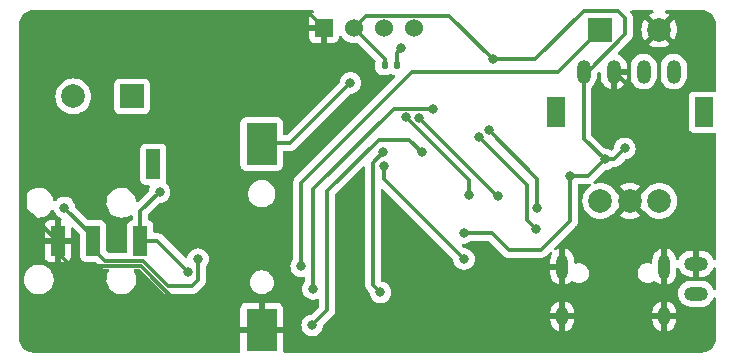
<source format=gbr>
%TF.GenerationSoftware,KiCad,Pcbnew,(6.0.2)*%
%TF.CreationDate,2022-04-09T20:57:27+08:00*%
%TF.ProjectId,Morse_code_PCB,4d6f7273-655f-4636-9f64-655f5043422e,rev?*%
%TF.SameCoordinates,Original*%
%TF.FileFunction,Copper,L2,Bot*%
%TF.FilePolarity,Positive*%
%FSLAX46Y46*%
G04 Gerber Fmt 4.6, Leading zero omitted, Abs format (unit mm)*
G04 Created by KiCad (PCBNEW (6.0.2)) date 2022-04-09 20:57:27*
%MOMM*%
%LPD*%
G01*
G04 APERTURE LIST*
G04 Aperture macros list*
%AMRoundRect*
0 Rectangle with rounded corners*
0 $1 Rounding radius*
0 $2 $3 $4 $5 $6 $7 $8 $9 X,Y pos of 4 corners*
0 Add a 4 corners polygon primitive as box body*
4,1,4,$2,$3,$4,$5,$6,$7,$8,$9,$2,$3,0*
0 Add four circle primitives for the rounded corners*
1,1,$1+$1,$2,$3*
1,1,$1+$1,$4,$5*
1,1,$1+$1,$6,$7*
1,1,$1+$1,$8,$9*
0 Add four rect primitives between the rounded corners*
20,1,$1+$1,$2,$3,$4,$5,0*
20,1,$1+$1,$4,$5,$6,$7,0*
20,1,$1+$1,$6,$7,$8,$9,0*
20,1,$1+$1,$8,$9,$2,$3,0*%
G04 Aperture macros list end*
%TA.AperFunction,ComponentPad*%
%ADD10R,2.000000X2.000000*%
%TD*%
%TA.AperFunction,ComponentPad*%
%ADD11C,2.000000*%
%TD*%
%TA.AperFunction,ComponentPad*%
%ADD12O,2.000000X1.200000*%
%TD*%
%TA.AperFunction,ComponentPad*%
%ADD13R,1.500000X2.500000*%
%TD*%
%TA.AperFunction,ComponentPad*%
%ADD14R,1.524000X1.524000*%
%TD*%
%TA.AperFunction,ComponentPad*%
%ADD15C,1.524000*%
%TD*%
%TA.AperFunction,ComponentPad*%
%ADD16O,1.000000X2.100000*%
%TD*%
%TA.AperFunction,ComponentPad*%
%ADD17O,1.000000X1.600000*%
%TD*%
%TA.AperFunction,SMDPad,CuDef*%
%ADD18RoundRect,0.135000X-0.135000X-0.185000X0.135000X-0.185000X0.135000X0.185000X-0.135000X0.185000X0*%
%TD*%
%TA.AperFunction,ComponentPad*%
%ADD19O,1.200000X2.000000*%
%TD*%
%TA.AperFunction,SMDPad,CuDef*%
%ADD20R,2.600000X3.540000*%
%TD*%
%TA.AperFunction,SMDPad,CuDef*%
%ADD21R,2.600000X3.660000*%
%TD*%
%TA.AperFunction,SMDPad,CuDef*%
%ADD22R,1.200000X2.500000*%
%TD*%
%TA.AperFunction,ViaPad*%
%ADD23C,0.800000*%
%TD*%
%TA.AperFunction,Conductor*%
%ADD24C,0.300000*%
%TD*%
G04 APERTURE END LIST*
D10*
%TO.P,BZ1,1,-*%
%TO.N,Net-(BZ1-Pad1)*%
X80070785Y-139800000D03*
D11*
%TO.P,BZ1,2,+*%
%TO.N,Net-(BZ1-Pad2)*%
X75070785Y-139800000D03*
%TD*%
D12*
%TO.P,J4,1,Pin_1*%
%TO.N,BAT_IN*%
X127800000Y-156500000D03*
%TO.P,J4,2,Pin_2*%
%TO.N,GND*%
X127800000Y-153960000D03*
%TD*%
D13*
%TO.P,SW1,6*%
%TO.N,N/C*%
X115950000Y-141150000D03*
%TO.P,SW1,7*%
X128450000Y-141150000D03*
D11*
%TO.P,SW1,A,A*%
%TO.N,EN_A*%
X119700000Y-148650000D03*
%TO.P,SW1,B,B*%
%TO.N,EN_B*%
X124700000Y-148650000D03*
%TO.P,SW1,C,C*%
%TO.N,GND*%
X122200000Y-148650000D03*
D10*
%TO.P,SW1,S1,S1*%
%TO.N,K1*%
X119700000Y-134150000D03*
D11*
%TO.P,SW1,S2,S2*%
%TO.N,GND*%
X124700000Y-134150000D03*
%TD*%
D14*
%TO.P,U2,1,GND*%
%TO.N,GND*%
X96295000Y-133995000D03*
D15*
%TO.P,U2,2,VCC*%
%TO.N,VCC*%
X98835000Y-133995000D03*
%TO.P,U2,3,SCL*%
%TO.N,IIC_SCL*%
X101375000Y-133995000D03*
%TO.P,U2,4,SDL*%
%TO.N,IIC_SDL*%
X103915000Y-133995000D03*
%TD*%
D16*
%TO.P,J1,S1,SHIELD*%
%TO.N,GND*%
X116480000Y-154230000D03*
X125120000Y-154230000D03*
D17*
X125120000Y-158410000D03*
X116480000Y-158410000D03*
%TD*%
D18*
%TO.P,R15,1*%
%TO.N,VCC*%
X101440000Y-137170000D03*
%TO.P,R15,2*%
%TO.N,Net-(U7-Pad44)*%
X102460000Y-137170000D03*
%TD*%
D19*
%TO.P,J5,1,Pin_1*%
%TO.N,VCC*%
X118290000Y-137700000D03*
%TO.P,J5,2,Pin_2*%
%TO.N,GND*%
X120830000Y-137700000D03*
%TO.P,J5,3,Pin_3*%
%TO.N,SW_D*%
X123370000Y-137700000D03*
%TO.P,J5,4,Pin_4*%
%TO.N,SW_L*%
X125910000Y-137700000D03*
%TD*%
D20*
%TO.P,BT1,1,+*%
%TO.N,Net-(BT1-Pad1)*%
X91040000Y-143810000D03*
D21*
%TO.P,BT1,2,-*%
%TO.N,GND*%
X91040000Y-159610000D03*
%TD*%
D22*
%TO.P,J2,R1*%
%TO.N,TICK_A*%
X76755000Y-152050000D03*
%TO.P,J2,R2*%
%TO.N,GND*%
X73755000Y-152050000D03*
%TO.P,J2,S*%
%TO.N,unconnected-(J2-PadS)*%
X81855000Y-145550000D03*
%TO.P,J2,T*%
%TO.N,TICK_B*%
X80755000Y-152050000D03*
%TD*%
D23*
%TO.N,Net-(BT1-Pad1)*%
X98550000Y-138650000D03*
%TO.N,VCC*%
X108140000Y-151350000D03*
X120060000Y-145140000D03*
X121770000Y-144210000D03*
X117160000Y-146520000D03*
X110580000Y-136670000D03*
%TO.N,PWR_EN*%
X104570000Y-144510000D03*
X95300000Y-159190000D03*
%TO.N,K1*%
X94370000Y-154190000D03*
%TO.N,K1_DET*%
X95370000Y-156100000D03*
X105550000Y-140830000D03*
%TO.N,TICK_B*%
X84830000Y-154680000D03*
X82380000Y-147910000D03*
%TO.N,TICK_A*%
X85640000Y-153570500D03*
X74320000Y-149210000D03*
%TO.N,EN_A*%
X111040000Y-148200000D03*
X104380000Y-141590000D03*
%TO.N,EN_B*%
X103280000Y-141570000D03*
X108560000Y-148150000D03*
%TO.N,BAT_ADC*%
X101090000Y-156390000D03*
X101336477Y-144522055D03*
%TO.N,BAT_CHG_DET*%
X108160000Y-153560000D03*
X101380000Y-145670000D03*
%TO.N,Net-(U7-Pad44)*%
X102810000Y-135740000D03*
%TO.N,USB_DN*%
X114260000Y-151060000D03*
X109410000Y-143250000D03*
%TO.N,USB_DP*%
X114360000Y-149260000D03*
X110260000Y-142660000D03*
%TD*%
D24*
%TO.N,GND*%
X73755000Y-152050000D02*
X71005479Y-149300479D01*
X74860479Y-154150479D02*
X73755000Y-153045000D01*
X71005479Y-149300479D02*
X71005479Y-138774521D01*
X73755000Y-153045000D02*
X73755000Y-152050000D01*
X94950000Y-132650000D02*
X96295000Y-133995000D01*
X123530000Y-147320000D02*
X122200000Y-148650000D01*
X71005479Y-138774521D02*
X77130000Y-132650000D01*
X123530000Y-140400000D02*
X123530000Y-147320000D01*
X80780479Y-154150479D02*
X74860479Y-154150479D01*
X86180000Y-159550000D02*
X80780479Y-154150479D01*
X77130000Y-132650000D02*
X94950000Y-132650000D01*
X120830000Y-137700000D02*
X123530000Y-140400000D01*
X90580000Y-159550000D02*
X86180000Y-159550000D01*
%TO.N,Net-(BT1-Pad1)*%
X93450000Y-143750000D02*
X98550000Y-138650000D01*
X90580000Y-143750000D02*
X93450000Y-143750000D01*
%TO.N,VCC*%
X120060000Y-145140000D02*
X120840000Y-145140000D01*
X117160000Y-146520000D02*
X118680000Y-146520000D01*
X118290000Y-143370000D02*
X120060000Y-145140000D01*
X121800000Y-134549022D02*
X118649022Y-137700000D01*
X117160000Y-150320000D02*
X117160000Y-146520000D01*
X114680000Y-152800000D02*
X117160000Y-150320000D01*
X121160000Y-132540000D02*
X121800000Y-133180000D01*
X110580000Y-136670000D02*
X106890000Y-132980000D01*
X110490000Y-151350000D02*
X111940000Y-152800000D01*
X118680000Y-146520000D02*
X120060000Y-145140000D01*
X108140000Y-151350000D02*
X110490000Y-151350000D01*
X118330000Y-132540000D02*
X121160000Y-132540000D01*
X110580000Y-136670000D02*
X114200000Y-136670000D01*
X121800000Y-133180000D02*
X121800000Y-134549022D01*
X120840000Y-145140000D02*
X121770000Y-144210000D01*
X118290000Y-137700000D02*
X118290000Y-143370000D01*
X99850000Y-132980000D02*
X98835000Y-133995000D01*
X101440000Y-136600000D02*
X98835000Y-133995000D01*
X118649022Y-137700000D02*
X118290000Y-137700000D01*
X114200000Y-136670000D02*
X118330000Y-132540000D01*
X111940000Y-152800000D02*
X114680000Y-152800000D01*
X106890000Y-132980000D02*
X99850000Y-132980000D01*
X101440000Y-137170000D02*
X101440000Y-136600000D01*
%TO.N,PWR_EN*%
X100930000Y-143460000D02*
X103520000Y-143460000D01*
X95300000Y-159190000D02*
X96580000Y-157910000D01*
X96580000Y-157910000D02*
X96580000Y-147810000D01*
X96580000Y-147810000D02*
X100930000Y-143460000D01*
X103520000Y-143460000D02*
X104570000Y-144510000D01*
%TO.N,K1*%
X119700000Y-134150000D02*
X116110480Y-137739520D01*
X94370000Y-147100000D02*
X94370000Y-154190000D01*
X103730480Y-137739520D02*
X94370000Y-147100000D01*
X116110480Y-137739520D02*
X103730480Y-137739520D01*
%TO.N,K1_DET*%
X102200000Y-140830000D02*
X105550000Y-140830000D01*
X95370000Y-147660000D02*
X102200000Y-140830000D01*
X95370000Y-156100000D02*
X95370000Y-147660000D01*
%TO.N,TICK_B*%
X80755000Y-152050000D02*
X80755000Y-149535000D01*
X82200000Y-152050000D02*
X84830000Y-154680000D01*
X80755000Y-149535000D02*
X82380000Y-147910000D01*
X80755000Y-152050000D02*
X82200000Y-152050000D01*
%TO.N,TICK_A*%
X85110000Y-155890000D02*
X85640000Y-155360000D01*
X80945962Y-153750968D02*
X83084994Y-155890000D01*
X85640000Y-155360000D02*
X85640000Y-153570500D01*
X77805968Y-153750968D02*
X80945962Y-153750968D01*
X76755000Y-152050000D02*
X76755000Y-152700000D01*
X76755000Y-152700000D02*
X77805968Y-153750968D01*
X83084994Y-155890000D02*
X85110000Y-155890000D01*
X76755000Y-151645000D02*
X74320000Y-149210000D01*
X76755000Y-152050000D02*
X76755000Y-151645000D01*
%TO.N,EN_A*%
X104380000Y-141590000D02*
X110990000Y-148200000D01*
X110990000Y-148200000D02*
X111040000Y-148200000D01*
%TO.N,EN_B*%
X108560000Y-146850000D02*
X108560000Y-148150000D01*
X103280000Y-141570000D02*
X108560000Y-146850000D01*
%TO.N,BAT_ADC*%
X101090000Y-156390000D02*
X100450000Y-155750000D01*
X100450000Y-145408532D02*
X101336477Y-144522055D01*
X100450000Y-155750000D02*
X100450000Y-145408532D01*
%TO.N,BAT_CHG_DET*%
X101380000Y-146780000D02*
X101380000Y-145670000D01*
X108160000Y-153560000D02*
X101380000Y-146780000D01*
%TO.N,Net-(U7-Pad44)*%
X102460000Y-137170000D02*
X102460000Y-136090000D01*
X102460000Y-136090000D02*
X102810000Y-135740000D01*
%TO.N,USB_DN*%
X109410000Y-143250000D02*
X113460000Y-147300000D01*
X113460000Y-150260000D02*
X114260000Y-151060000D01*
X113460000Y-147300000D02*
X113460000Y-150260000D01*
%TO.N,USB_DP*%
X110260000Y-142660000D02*
X114360000Y-146760000D01*
X114360000Y-146760000D02*
X114360000Y-149260000D01*
%TD*%
%TA.AperFunction,Conductor*%
%TO.N,GND*%
G36*
X95392710Y-132528002D02*
G01*
X95439203Y-132581658D01*
X95449307Y-132651932D01*
X95419813Y-132716512D01*
X95368819Y-132751982D01*
X95294946Y-132779676D01*
X95279351Y-132788214D01*
X95177276Y-132864715D01*
X95164715Y-132877276D01*
X95088214Y-132979351D01*
X95079676Y-132994946D01*
X95034522Y-133115394D01*
X95030895Y-133130649D01*
X95025369Y-133181514D01*
X95025000Y-133188328D01*
X95025000Y-133722885D01*
X95029475Y-133738124D01*
X95030865Y-133739329D01*
X95038548Y-133741000D01*
X96423000Y-133741000D01*
X96491121Y-133761002D01*
X96537614Y-133814658D01*
X96549000Y-133867000D01*
X96549000Y-135246884D01*
X96553475Y-135262123D01*
X96554865Y-135263328D01*
X96562548Y-135264999D01*
X97101669Y-135264999D01*
X97108490Y-135264629D01*
X97159352Y-135259105D01*
X97174604Y-135255479D01*
X97295054Y-135210324D01*
X97310649Y-135201786D01*
X97412724Y-135125285D01*
X97425285Y-135112724D01*
X97501786Y-135010649D01*
X97510324Y-134995054D01*
X97555478Y-134874606D01*
X97559105Y-134859351D01*
X97564631Y-134808486D01*
X97565000Y-134801672D01*
X97565000Y-134795922D01*
X97585002Y-134727801D01*
X97638658Y-134681308D01*
X97708932Y-134671204D01*
X97773512Y-134700698D01*
X97794213Y-134723651D01*
X97847888Y-134800306D01*
X97858023Y-134814781D01*
X98015219Y-134971977D01*
X98019727Y-134975134D01*
X98019730Y-134975136D01*
X98070448Y-135010649D01*
X98197323Y-135099488D01*
X98202305Y-135101811D01*
X98202310Y-135101814D01*
X98389784Y-135189234D01*
X98398804Y-135193440D01*
X98404112Y-135194862D01*
X98404114Y-135194863D01*
X98429951Y-135201786D01*
X98613537Y-135250978D01*
X98835000Y-135270353D01*
X99056463Y-135250978D01*
X99067636Y-135247984D01*
X99138613Y-135249676D01*
X99189338Y-135280597D01*
X100640474Y-136731733D01*
X100674500Y-136794045D01*
X100672376Y-136855980D01*
X100664371Y-136883534D01*
X100663867Y-136889941D01*
X100663866Y-136889945D01*
X100661693Y-136917556D01*
X100661500Y-136920011D01*
X100661501Y-137419988D01*
X100664371Y-137456466D01*
X100709731Y-137612596D01*
X100792494Y-137752541D01*
X100907459Y-137867506D01*
X100914280Y-137871540D01*
X100969083Y-137903950D01*
X101047404Y-137950269D01*
X101055015Y-137952480D01*
X101055017Y-137952481D01*
X101119222Y-137971134D01*
X101203534Y-137995629D01*
X101209941Y-137996133D01*
X101209945Y-137996134D01*
X101237556Y-137998307D01*
X101237562Y-137998307D01*
X101240011Y-137998500D01*
X101439878Y-137998500D01*
X101639988Y-137998499D01*
X101676466Y-137995629D01*
X101774144Y-137967251D01*
X101824983Y-137952481D01*
X101824985Y-137952480D01*
X101832596Y-137950269D01*
X101839421Y-137946233D01*
X101839425Y-137946231D01*
X101885861Y-137918769D01*
X101954677Y-137901309D01*
X102014139Y-137918769D01*
X102060575Y-137946231D01*
X102060579Y-137946233D01*
X102067404Y-137950269D01*
X102075015Y-137952480D01*
X102075017Y-137952481D01*
X102139222Y-137971134D01*
X102223534Y-137995629D01*
X102229943Y-137996133D01*
X102229946Y-137996134D01*
X102240632Y-137996975D01*
X102247322Y-137997501D01*
X102313663Y-138022786D01*
X102355803Y-138079923D01*
X102360363Y-138150773D01*
X102326532Y-138212208D01*
X93962395Y-146576345D01*
X93953615Y-146584335D01*
X93953613Y-146584337D01*
X93946920Y-146588584D01*
X93941494Y-146594362D01*
X93941493Y-146594363D01*
X93898396Y-146640257D01*
X93895641Y-146643099D01*
X93875073Y-146663667D01*
X93872356Y-146667170D01*
X93864648Y-146676195D01*
X93833028Y-146709867D01*
X93829207Y-146716818D01*
X93829206Y-146716819D01*
X93822697Y-146728658D01*
X93811843Y-146745182D01*
X93806866Y-146751599D01*
X93798696Y-146762132D01*
X93795549Y-146769404D01*
X93795548Y-146769406D01*
X93780346Y-146804535D01*
X93775124Y-146815195D01*
X93760355Y-146842060D01*
X93752876Y-146855663D01*
X93747541Y-146876441D01*
X93741142Y-146895131D01*
X93732620Y-146914824D01*
X93731380Y-146922655D01*
X93725394Y-146960448D01*
X93722987Y-146972071D01*
X93711500Y-147016812D01*
X93711500Y-147038259D01*
X93709949Y-147057969D01*
X93706594Y-147079152D01*
X93707340Y-147087043D01*
X93710941Y-147125138D01*
X93711500Y-147136996D01*
X93711500Y-153515241D01*
X93691498Y-153583362D01*
X93679136Y-153599551D01*
X93646360Y-153635953D01*
X93630960Y-153653056D01*
X93604859Y-153698265D01*
X93544087Y-153803525D01*
X93535473Y-153818444D01*
X93476458Y-154000072D01*
X93475768Y-154006633D01*
X93475768Y-154006635D01*
X93466276Y-154096944D01*
X93456496Y-154190000D01*
X93457186Y-154196565D01*
X93474785Y-154364007D01*
X93476458Y-154379928D01*
X93535473Y-154561556D01*
X93630960Y-154726944D01*
X93635378Y-154731851D01*
X93635379Y-154731852D01*
X93726647Y-154833215D01*
X93758747Y-154868866D01*
X93913248Y-154981118D01*
X93919276Y-154983802D01*
X93919278Y-154983803D01*
X94081681Y-155056109D01*
X94087712Y-155058794D01*
X94181113Y-155078647D01*
X94268056Y-155097128D01*
X94268061Y-155097128D01*
X94274513Y-155098500D01*
X94465487Y-155098500D01*
X94471939Y-155097128D01*
X94471944Y-155097128D01*
X94559303Y-155078559D01*
X94630094Y-155083961D01*
X94686727Y-155126778D01*
X94711220Y-155193416D01*
X94711500Y-155201806D01*
X94711500Y-155425241D01*
X94691498Y-155493362D01*
X94679136Y-155509551D01*
X94652562Y-155539065D01*
X94630960Y-155563056D01*
X94592157Y-155630264D01*
X94538818Y-155722651D01*
X94535473Y-155728444D01*
X94476458Y-155910072D01*
X94475768Y-155916633D01*
X94475768Y-155916635D01*
X94473510Y-155938119D01*
X94456496Y-156100000D01*
X94457186Y-156106565D01*
X94473624Y-156262960D01*
X94476458Y-156289928D01*
X94535473Y-156471556D01*
X94538776Y-156477278D01*
X94538777Y-156477279D01*
X94552677Y-156501354D01*
X94630960Y-156636944D01*
X94635378Y-156641851D01*
X94635379Y-156641852D01*
X94748314Y-156767279D01*
X94758747Y-156778866D01*
X94913248Y-156891118D01*
X94919276Y-156893802D01*
X94919278Y-156893803D01*
X95081679Y-156966108D01*
X95087712Y-156968794D01*
X95181112Y-156988647D01*
X95268056Y-157007128D01*
X95268061Y-157007128D01*
X95274513Y-157008500D01*
X95465487Y-157008500D01*
X95471939Y-157007128D01*
X95471944Y-157007128D01*
X95558888Y-156988647D01*
X95652288Y-156968794D01*
X95658315Y-156966111D01*
X95658323Y-156966108D01*
X95744252Y-156927850D01*
X95814619Y-156918416D01*
X95878916Y-156948523D01*
X95916729Y-157008612D01*
X95921500Y-157042957D01*
X95921500Y-157585050D01*
X95901498Y-157653171D01*
X95884595Y-157674146D01*
X95314144Y-158244596D01*
X95251832Y-158278621D01*
X95225049Y-158281500D01*
X95204513Y-158281500D01*
X95198061Y-158282872D01*
X95198056Y-158282872D01*
X95116852Y-158300133D01*
X95017712Y-158321206D01*
X95011682Y-158323891D01*
X95011681Y-158323891D01*
X94849278Y-158396197D01*
X94849276Y-158396198D01*
X94843248Y-158398882D01*
X94837907Y-158402762D01*
X94837906Y-158402763D01*
X94804495Y-158427038D01*
X94688747Y-158511134D01*
X94560960Y-158653056D01*
X94465473Y-158818444D01*
X94406458Y-159000072D01*
X94386496Y-159190000D01*
X94387186Y-159196565D01*
X94403327Y-159350135D01*
X94406458Y-159379928D01*
X94465473Y-159561556D01*
X94560960Y-159726944D01*
X94688747Y-159868866D01*
X94843248Y-159981118D01*
X94849276Y-159983802D01*
X94849278Y-159983803D01*
X95011681Y-160056109D01*
X95017712Y-160058794D01*
X95111113Y-160078647D01*
X95198056Y-160097128D01*
X95198061Y-160097128D01*
X95204513Y-160098500D01*
X95395487Y-160098500D01*
X95401939Y-160097128D01*
X95401944Y-160097128D01*
X95488887Y-160078647D01*
X95582288Y-160058794D01*
X95588319Y-160056109D01*
X95750722Y-159983803D01*
X95750724Y-159983802D01*
X95756752Y-159981118D01*
X95911253Y-159868866D01*
X96039040Y-159726944D01*
X96134527Y-159561556D01*
X96178040Y-159427637D01*
X96191502Y-159386207D01*
X96191502Y-159386205D01*
X96193542Y-159379928D01*
X96206755Y-159254215D01*
X96233768Y-159188559D01*
X96242969Y-159178291D01*
X96664602Y-158756657D01*
X115472000Y-158756657D01*
X115472301Y-158762805D01*
X115485812Y-158900603D01*
X115488195Y-158912638D01*
X115541767Y-159090076D01*
X115546441Y-159101416D01*
X115633460Y-159265077D01*
X115640249Y-159275294D01*
X115757397Y-159418933D01*
X115766041Y-159427637D01*
X115908856Y-159545784D01*
X115919027Y-159552644D01*
X116082076Y-159640804D01*
X116093381Y-159645556D01*
X116208692Y-159681250D01*
X116222795Y-159681456D01*
X116226000Y-159674701D01*
X116226000Y-159667924D01*
X116734000Y-159667924D01*
X116737973Y-159681455D01*
X116745768Y-159682575D01*
X116853521Y-159650862D01*
X116864889Y-159646269D01*
X117029154Y-159560393D01*
X117039415Y-159553679D01*
X117183873Y-159437532D01*
X117192632Y-159428954D01*
X117311778Y-159286961D01*
X117318708Y-159276841D01*
X117408002Y-159114415D01*
X117412834Y-159103142D01*
X117468880Y-158926462D01*
X117471430Y-158914468D01*
X117487607Y-158770239D01*
X117488000Y-158763215D01*
X117488000Y-158756657D01*
X124112000Y-158756657D01*
X124112301Y-158762805D01*
X124125812Y-158900603D01*
X124128195Y-158912638D01*
X124181767Y-159090076D01*
X124186441Y-159101416D01*
X124273460Y-159265077D01*
X124280249Y-159275294D01*
X124397397Y-159418933D01*
X124406041Y-159427637D01*
X124548856Y-159545784D01*
X124559027Y-159552644D01*
X124722076Y-159640804D01*
X124733381Y-159645556D01*
X124848692Y-159681250D01*
X124862795Y-159681456D01*
X124866000Y-159674701D01*
X124866000Y-159667924D01*
X125374000Y-159667924D01*
X125377973Y-159681455D01*
X125385768Y-159682575D01*
X125493521Y-159650862D01*
X125504889Y-159646269D01*
X125669154Y-159560393D01*
X125679415Y-159553679D01*
X125823873Y-159437532D01*
X125832632Y-159428954D01*
X125951778Y-159286961D01*
X125958708Y-159276841D01*
X126048002Y-159114415D01*
X126052834Y-159103142D01*
X126108880Y-158926462D01*
X126111430Y-158914468D01*
X126127607Y-158770239D01*
X126128000Y-158763215D01*
X126128000Y-158682115D01*
X126123525Y-158666876D01*
X126122135Y-158665671D01*
X126114452Y-158664000D01*
X125392115Y-158664000D01*
X125376876Y-158668475D01*
X125375671Y-158669865D01*
X125374000Y-158677548D01*
X125374000Y-159667924D01*
X124866000Y-159667924D01*
X124866000Y-158682115D01*
X124861525Y-158666876D01*
X124860135Y-158665671D01*
X124852452Y-158664000D01*
X124130115Y-158664000D01*
X124114876Y-158668475D01*
X124113671Y-158669865D01*
X124112000Y-158677548D01*
X124112000Y-158756657D01*
X117488000Y-158756657D01*
X117488000Y-158682115D01*
X117483525Y-158666876D01*
X117482135Y-158665671D01*
X117474452Y-158664000D01*
X116752115Y-158664000D01*
X116736876Y-158668475D01*
X116735671Y-158669865D01*
X116734000Y-158677548D01*
X116734000Y-159667924D01*
X116226000Y-159667924D01*
X116226000Y-158682115D01*
X116221525Y-158666876D01*
X116220135Y-158665671D01*
X116212452Y-158664000D01*
X115490115Y-158664000D01*
X115474876Y-158668475D01*
X115473671Y-158669865D01*
X115472000Y-158677548D01*
X115472000Y-158756657D01*
X96664602Y-158756657D01*
X96987604Y-158433655D01*
X96996385Y-158425665D01*
X96996387Y-158425664D01*
X97003080Y-158421416D01*
X97051620Y-158369726D01*
X97054374Y-158366885D01*
X97074926Y-158346333D01*
X97077638Y-158342837D01*
X97085349Y-158333808D01*
X97097183Y-158321206D01*
X97116972Y-158300133D01*
X97120794Y-158293181D01*
X97127301Y-158281345D01*
X97138158Y-158264816D01*
X97146447Y-158254131D01*
X97146448Y-158254129D01*
X97151304Y-158247869D01*
X97169657Y-158205456D01*
X97174868Y-158194819D01*
X97197124Y-158154337D01*
X97200176Y-158142452D01*
X97201348Y-158137885D01*
X115472000Y-158137885D01*
X115476475Y-158153124D01*
X115477865Y-158154329D01*
X115485548Y-158156000D01*
X116207885Y-158156000D01*
X116223124Y-158151525D01*
X116224329Y-158150135D01*
X116226000Y-158142452D01*
X116226000Y-158137885D01*
X116734000Y-158137885D01*
X116738475Y-158153124D01*
X116739865Y-158154329D01*
X116747548Y-158156000D01*
X117469885Y-158156000D01*
X117485124Y-158151525D01*
X117486329Y-158150135D01*
X117488000Y-158142452D01*
X117488000Y-158137885D01*
X124112000Y-158137885D01*
X124116475Y-158153124D01*
X124117865Y-158154329D01*
X124125548Y-158156000D01*
X124847885Y-158156000D01*
X124863124Y-158151525D01*
X124864329Y-158150135D01*
X124866000Y-158142452D01*
X124866000Y-158137885D01*
X125374000Y-158137885D01*
X125378475Y-158153124D01*
X125379865Y-158154329D01*
X125387548Y-158156000D01*
X126109885Y-158156000D01*
X126125124Y-158151525D01*
X126126329Y-158150135D01*
X126128000Y-158142452D01*
X126128000Y-158063343D01*
X126127699Y-158057195D01*
X126114188Y-157919397D01*
X126111805Y-157907362D01*
X126058233Y-157729924D01*
X126053559Y-157718584D01*
X125966540Y-157554923D01*
X125959751Y-157544706D01*
X125842603Y-157401067D01*
X125833959Y-157392363D01*
X125691144Y-157274216D01*
X125680973Y-157267356D01*
X125517924Y-157179196D01*
X125506619Y-157174444D01*
X125391308Y-157138750D01*
X125377205Y-157138544D01*
X125374000Y-157145299D01*
X125374000Y-158137885D01*
X124866000Y-158137885D01*
X124866000Y-157152076D01*
X124862027Y-157138545D01*
X124854232Y-157137425D01*
X124746479Y-157169138D01*
X124735111Y-157173731D01*
X124570846Y-157259607D01*
X124560585Y-157266321D01*
X124416127Y-157382468D01*
X124407368Y-157391046D01*
X124288222Y-157533039D01*
X124281292Y-157543159D01*
X124191998Y-157705585D01*
X124187166Y-157716858D01*
X124131120Y-157893538D01*
X124128570Y-157905532D01*
X124112393Y-158049761D01*
X124112000Y-158056785D01*
X124112000Y-158137885D01*
X117488000Y-158137885D01*
X117488000Y-158063343D01*
X117487699Y-158057195D01*
X117474188Y-157919397D01*
X117471805Y-157907362D01*
X117418233Y-157729924D01*
X117413559Y-157718584D01*
X117326540Y-157554923D01*
X117319751Y-157544706D01*
X117202603Y-157401067D01*
X117193959Y-157392363D01*
X117051144Y-157274216D01*
X117040973Y-157267356D01*
X116877924Y-157179196D01*
X116866619Y-157174444D01*
X116751308Y-157138750D01*
X116737205Y-157138544D01*
X116734000Y-157145299D01*
X116734000Y-158137885D01*
X116226000Y-158137885D01*
X116226000Y-157152076D01*
X116222027Y-157138545D01*
X116214232Y-157137425D01*
X116106479Y-157169138D01*
X116095111Y-157173731D01*
X115930846Y-157259607D01*
X115920585Y-157266321D01*
X115776127Y-157382468D01*
X115767368Y-157391046D01*
X115648222Y-157533039D01*
X115641292Y-157543159D01*
X115551998Y-157705585D01*
X115547166Y-157716858D01*
X115491120Y-157893538D01*
X115488570Y-157905532D01*
X115472393Y-158049761D01*
X115472000Y-158056785D01*
X115472000Y-158137885D01*
X97201348Y-158137885D01*
X97202457Y-158133566D01*
X97208859Y-158114864D01*
X97217379Y-158095177D01*
X97223395Y-158057195D01*
X97224605Y-158049552D01*
X97227013Y-158037926D01*
X97236529Y-158000865D01*
X97236529Y-158000864D01*
X97238500Y-157993188D01*
X97238500Y-157971742D01*
X97240051Y-157952031D01*
X97242166Y-157938678D01*
X97243406Y-157930849D01*
X97239059Y-157884864D01*
X97238500Y-157873006D01*
X97238500Y-148134950D01*
X97258502Y-148066829D01*
X97275405Y-148045855D01*
X99576405Y-145744855D01*
X99638717Y-145710829D01*
X99709532Y-145715894D01*
X99766368Y-145758441D01*
X99791179Y-145824961D01*
X99791500Y-145833950D01*
X99791500Y-155667944D01*
X99790941Y-155679800D01*
X99789212Y-155687537D01*
X99789461Y-155695459D01*
X99791438Y-155758369D01*
X99791500Y-155762327D01*
X99791500Y-155791432D01*
X99792056Y-155795832D01*
X99792988Y-155807664D01*
X99794438Y-155853831D01*
X99796650Y-155861444D01*
X99796650Y-155861445D01*
X99800419Y-155874416D01*
X99804430Y-155893782D01*
X99807118Y-155915064D01*
X99810034Y-155922429D01*
X99810035Y-155922433D01*
X99824126Y-155958021D01*
X99827965Y-155969231D01*
X99840855Y-156013600D01*
X99851775Y-156032065D01*
X99860466Y-156049805D01*
X99868365Y-156069756D01*
X99891250Y-156101254D01*
X99895516Y-156107126D01*
X99902033Y-156117048D01*
X99921507Y-156149977D01*
X99921510Y-156149981D01*
X99925547Y-156156807D01*
X99940711Y-156171971D01*
X99953551Y-156187004D01*
X99966159Y-156204357D01*
X99997890Y-156230607D01*
X100001752Y-156233802D01*
X100010532Y-156241792D01*
X100147030Y-156378290D01*
X100181056Y-156440602D01*
X100183244Y-156454211D01*
X100188405Y-156503305D01*
X100193214Y-156549059D01*
X100196458Y-156579928D01*
X100255473Y-156761556D01*
X100258776Y-156767278D01*
X100258777Y-156767279D01*
X100292686Y-156826010D01*
X100350960Y-156926944D01*
X100355378Y-156931851D01*
X100355379Y-156931852D01*
X100474325Y-157063955D01*
X100478747Y-157068866D01*
X100573110Y-157137425D01*
X100623081Y-157173731D01*
X100633248Y-157181118D01*
X100639276Y-157183802D01*
X100639278Y-157183803D01*
X100801681Y-157256109D01*
X100807712Y-157258794D01*
X100897575Y-157277895D01*
X100988056Y-157297128D01*
X100988061Y-157297128D01*
X100994513Y-157298500D01*
X101185487Y-157298500D01*
X101191939Y-157297128D01*
X101191944Y-157297128D01*
X101282425Y-157277895D01*
X101372288Y-157258794D01*
X101378319Y-157256109D01*
X101540722Y-157183803D01*
X101540724Y-157183802D01*
X101546752Y-157181118D01*
X101556920Y-157173731D01*
X101606890Y-157137425D01*
X101701253Y-157068866D01*
X101705675Y-157063955D01*
X101824621Y-156931852D01*
X101824622Y-156931851D01*
X101829040Y-156926944D01*
X101887314Y-156826010D01*
X101921223Y-156767279D01*
X101921224Y-156767278D01*
X101924527Y-156761556D01*
X101983542Y-156579928D01*
X101985821Y-156558251D01*
X102002814Y-156396565D01*
X102003504Y-156390000D01*
X102000660Y-156362945D01*
X101984232Y-156206635D01*
X101984232Y-156206633D01*
X101983542Y-156200072D01*
X101924527Y-156018444D01*
X101829040Y-155853056D01*
X101777967Y-155796333D01*
X101705675Y-155716045D01*
X101705674Y-155716044D01*
X101701253Y-155711134D01*
X101590123Y-155630393D01*
X101552094Y-155602763D01*
X101552093Y-155602762D01*
X101546752Y-155598882D01*
X101540724Y-155596198D01*
X101540722Y-155596197D01*
X101378319Y-155523891D01*
X101378318Y-155523891D01*
X101372288Y-155521206D01*
X101208302Y-155486350D01*
X101145830Y-155452622D01*
X101111508Y-155390472D01*
X101108500Y-155363103D01*
X101108500Y-154826657D01*
X115472000Y-154826657D01*
X115472301Y-154832805D01*
X115485812Y-154970603D01*
X115488195Y-154982638D01*
X115541767Y-155160076D01*
X115546441Y-155171416D01*
X115633460Y-155335077D01*
X115640249Y-155345294D01*
X115757397Y-155488933D01*
X115766041Y-155497637D01*
X115908856Y-155615784D01*
X115919027Y-155622644D01*
X116082076Y-155710804D01*
X116093381Y-155715556D01*
X116208692Y-155751250D01*
X116222795Y-155751456D01*
X116226000Y-155744701D01*
X116226000Y-155737924D01*
X116734000Y-155737924D01*
X116737973Y-155751455D01*
X116745768Y-155752575D01*
X116853521Y-155720862D01*
X116864889Y-155716269D01*
X117029154Y-155630393D01*
X117039415Y-155623679D01*
X117183873Y-155507532D01*
X117192632Y-155498954D01*
X117237000Y-155446079D01*
X117296110Y-155406752D01*
X117367098Y-155405626D01*
X117410048Y-155426972D01*
X117475678Y-155477150D01*
X117580814Y-155526175D01*
X117633631Y-155550805D01*
X117633634Y-155550806D01*
X117639808Y-155553685D01*
X117646456Y-155555171D01*
X117646459Y-155555172D01*
X117752421Y-155578857D01*
X117816543Y-155593190D01*
X117822088Y-155593500D01*
X117955244Y-155593500D01*
X118090037Y-155578857D01*
X118226520Y-155532925D01*
X118255204Y-155523272D01*
X118255206Y-155523271D01*
X118261675Y-155521094D01*
X118416905Y-155427823D01*
X118421862Y-155423135D01*
X118421865Y-155423133D01*
X118543527Y-155308082D01*
X118543529Y-155308080D01*
X118548485Y-155303393D01*
X118552317Y-155297755D01*
X118552320Y-155297751D01*
X118646442Y-155159255D01*
X118650277Y-155153612D01*
X118717530Y-154985466D01*
X118718644Y-154978738D01*
X118718645Y-154978734D01*
X118745993Y-154813539D01*
X118745993Y-154813536D01*
X118747108Y-154806802D01*
X118743115Y-154730602D01*
X118742203Y-154713198D01*
X122852892Y-154713198D01*
X122853249Y-154720015D01*
X122853249Y-154720019D01*
X122859550Y-154840239D01*
X122862370Y-154894047D01*
X122864181Y-154900620D01*
X122864181Y-154900623D01*
X122899364Y-155028355D01*
X122910461Y-155068641D01*
X122994922Y-155228836D01*
X122999327Y-155234049D01*
X122999330Y-155234053D01*
X123107406Y-155361943D01*
X123107410Y-155361947D01*
X123111813Y-155367157D01*
X123117237Y-155371304D01*
X123117238Y-155371305D01*
X123250257Y-155473006D01*
X123250261Y-155473009D01*
X123255678Y-155477150D01*
X123360814Y-155526175D01*
X123413631Y-155550805D01*
X123413634Y-155550806D01*
X123419808Y-155553685D01*
X123426456Y-155555171D01*
X123426459Y-155555172D01*
X123532421Y-155578857D01*
X123596543Y-155593190D01*
X123602088Y-155593500D01*
X123735244Y-155593500D01*
X123870037Y-155578857D01*
X124006520Y-155532925D01*
X124035204Y-155523272D01*
X124035206Y-155523271D01*
X124041675Y-155521094D01*
X124193651Y-155429778D01*
X124193654Y-155429777D01*
X124196905Y-155427823D01*
X124197255Y-155428406D01*
X124258917Y-155404935D01*
X124328391Y-155419561D01*
X124366391Y-155450915D01*
X124397397Y-155488933D01*
X124406041Y-155497637D01*
X124548856Y-155615784D01*
X124559027Y-155622644D01*
X124722076Y-155710804D01*
X124733381Y-155715556D01*
X124848692Y-155751250D01*
X124862795Y-155751456D01*
X124866000Y-155744701D01*
X124866000Y-155737924D01*
X125374000Y-155737924D01*
X125377973Y-155751455D01*
X125385768Y-155752575D01*
X125493521Y-155720862D01*
X125504889Y-155716269D01*
X125669154Y-155630393D01*
X125679415Y-155623679D01*
X125823873Y-155507532D01*
X125832632Y-155498954D01*
X125951778Y-155356961D01*
X125958708Y-155346841D01*
X126048002Y-155184415D01*
X126052834Y-155173142D01*
X126108880Y-154996462D01*
X126111430Y-154984468D01*
X126127607Y-154840239D01*
X126128000Y-154833215D01*
X126128000Y-154420930D01*
X126148002Y-154352809D01*
X126201658Y-154306316D01*
X126271932Y-154296212D01*
X126336512Y-154325706D01*
X126368701Y-154368779D01*
X126432629Y-154509382D01*
X126438576Y-154519724D01*
X126553968Y-154682397D01*
X126561761Y-154691425D01*
X126705831Y-154829342D01*
X126715196Y-154836738D01*
X126882741Y-154944921D01*
X126893345Y-154950417D01*
X127078312Y-155024961D01*
X127089770Y-155028355D01*
X127286928Y-155066857D01*
X127295791Y-155067934D01*
X127298500Y-155068000D01*
X127527885Y-155068000D01*
X127543124Y-155063525D01*
X127544329Y-155062135D01*
X127546000Y-155054452D01*
X127546000Y-152870115D01*
X127541525Y-152854876D01*
X127540135Y-152853671D01*
X127532452Y-152852000D01*
X127350168Y-152852000D01*
X127344192Y-152852285D01*
X127195506Y-152866471D01*
X127183772Y-152868730D01*
X126992401Y-152924872D01*
X126981325Y-152929302D01*
X126804022Y-153020619D01*
X126793976Y-153027069D01*
X126637143Y-153150262D01*
X126628494Y-153158499D01*
X126497788Y-153309123D01*
X126490853Y-153318847D01*
X126390990Y-153491467D01*
X126386013Y-153502337D01*
X126363416Y-153567409D01*
X126322175Y-153625198D01*
X126256236Y-153651517D01*
X126186537Y-153638009D01*
X126135205Y-153588962D01*
X126118990Y-153538370D01*
X126114188Y-153489397D01*
X126111805Y-153477362D01*
X126058233Y-153299924D01*
X126053559Y-153288584D01*
X125966540Y-153124923D01*
X125959751Y-153114706D01*
X125842603Y-152971067D01*
X125833959Y-152962363D01*
X125691144Y-152844216D01*
X125680973Y-152837356D01*
X125517924Y-152749196D01*
X125506619Y-152744444D01*
X125391308Y-152708750D01*
X125377205Y-152708544D01*
X125374000Y-152715299D01*
X125374000Y-155737924D01*
X124866000Y-155737924D01*
X124866000Y-152722076D01*
X124862027Y-152708545D01*
X124854232Y-152707425D01*
X124746479Y-152739138D01*
X124735111Y-152743731D01*
X124570846Y-152829607D01*
X124560585Y-152836321D01*
X124416127Y-152952468D01*
X124407368Y-152961046D01*
X124288222Y-153103039D01*
X124281292Y-153113159D01*
X124191998Y-153275585D01*
X124187166Y-153286858D01*
X124131120Y-153463538D01*
X124128570Y-153475532D01*
X124112393Y-153619761D01*
X124112000Y-153626785D01*
X124112000Y-153842974D01*
X124091998Y-153911095D01*
X124038342Y-153957588D01*
X123968068Y-153967692D01*
X123958514Y-153965939D01*
X123788506Y-153927938D01*
X123788499Y-153927937D01*
X123783457Y-153926810D01*
X123777912Y-153926500D01*
X123644756Y-153926500D01*
X123509963Y-153941143D01*
X123391810Y-153980906D01*
X123344796Y-153996728D01*
X123344794Y-153996729D01*
X123338325Y-153998906D01*
X123183095Y-154092177D01*
X123178138Y-154096865D01*
X123178135Y-154096867D01*
X123056473Y-154211918D01*
X123051515Y-154216607D01*
X123047683Y-154222245D01*
X123047680Y-154222249D01*
X122963685Y-154345844D01*
X122949723Y-154366388D01*
X122882470Y-154534534D01*
X122881356Y-154541262D01*
X122881355Y-154541266D01*
X122855105Y-154699830D01*
X122852892Y-154713198D01*
X118742203Y-154713198D01*
X118737987Y-154632766D01*
X118737630Y-154625953D01*
X118733834Y-154612169D01*
X118691352Y-154457941D01*
X118689539Y-154451359D01*
X118605078Y-154291164D01*
X118600673Y-154285951D01*
X118600670Y-154285947D01*
X118492594Y-154158057D01*
X118492590Y-154158053D01*
X118488187Y-154152843D01*
X118428808Y-154107444D01*
X118349743Y-154046994D01*
X118349739Y-154046991D01*
X118344322Y-154042850D01*
X118200962Y-153976000D01*
X118186369Y-153969195D01*
X118186366Y-153969194D01*
X118180192Y-153966315D01*
X118173544Y-153964829D01*
X118173541Y-153964828D01*
X118008494Y-153927936D01*
X118008495Y-153927936D01*
X118003457Y-153926810D01*
X117997912Y-153926500D01*
X117864756Y-153926500D01*
X117729963Y-153941143D01*
X117723499Y-153943318D01*
X117723496Y-153943319D01*
X117666645Y-153962452D01*
X117655167Y-153966315D01*
X117654189Y-153966644D01*
X117583247Y-153969414D01*
X117522068Y-153933391D01*
X117490077Y-153870010D01*
X117488000Y-153847225D01*
X117488000Y-153633343D01*
X117487699Y-153627195D01*
X117474188Y-153489397D01*
X117471805Y-153477362D01*
X117418233Y-153299924D01*
X117413559Y-153288584D01*
X117326540Y-153124923D01*
X117319751Y-153114706D01*
X117202603Y-152971067D01*
X117193959Y-152962363D01*
X117051144Y-152844216D01*
X117040973Y-152837356D01*
X116877924Y-152749196D01*
X116866619Y-152744444D01*
X116751308Y-152708750D01*
X116737205Y-152708544D01*
X116734000Y-152715299D01*
X116734000Y-155737924D01*
X116226000Y-155737924D01*
X116226000Y-154502115D01*
X116221525Y-154486876D01*
X116220135Y-154485671D01*
X116212452Y-154484000D01*
X115490115Y-154484000D01*
X115474876Y-154488475D01*
X115473671Y-154489865D01*
X115472000Y-154497548D01*
X115472000Y-154826657D01*
X101108500Y-154826657D01*
X101108500Y-147743950D01*
X101128502Y-147675829D01*
X101182158Y-147629336D01*
X101252432Y-147619232D01*
X101317012Y-147648726D01*
X101323595Y-147654855D01*
X107217030Y-153548290D01*
X107251056Y-153610602D01*
X107253244Y-153624211D01*
X107266458Y-153749928D01*
X107268498Y-153756205D01*
X107268498Y-153756207D01*
X107291988Y-153828502D01*
X107325473Y-153931556D01*
X107328776Y-153937278D01*
X107328777Y-153937279D01*
X107340674Y-153957885D01*
X107420960Y-154096944D01*
X107425378Y-154101851D01*
X107425379Y-154101852D01*
X107524483Y-154211918D01*
X107548747Y-154238866D01*
X107629158Y-154297288D01*
X107692046Y-154342979D01*
X107703248Y-154351118D01*
X107709276Y-154353802D01*
X107709278Y-154353803D01*
X107860049Y-154420930D01*
X107877712Y-154428794D01*
X107971113Y-154448647D01*
X108058056Y-154467128D01*
X108058061Y-154467128D01*
X108064513Y-154468500D01*
X108255487Y-154468500D01*
X108261939Y-154467128D01*
X108261944Y-154467128D01*
X108348887Y-154448647D01*
X108442288Y-154428794D01*
X108459951Y-154420930D01*
X108610722Y-154353803D01*
X108610724Y-154353802D01*
X108616752Y-154351118D01*
X108627955Y-154342979D01*
X108690842Y-154297288D01*
X108771253Y-154238866D01*
X108795517Y-154211918D01*
X108894621Y-154101852D01*
X108894622Y-154101851D01*
X108899040Y-154096944D01*
X108979326Y-153957885D01*
X108991223Y-153937279D01*
X108991224Y-153937278D01*
X108994527Y-153931556D01*
X109053542Y-153749928D01*
X109062086Y-153668642D01*
X109072814Y-153566565D01*
X109073504Y-153560000D01*
X109068800Y-153515241D01*
X109054232Y-153376635D01*
X109054232Y-153376633D01*
X109053542Y-153370072D01*
X108994527Y-153188444D01*
X108899040Y-153023056D01*
X108855842Y-152975079D01*
X108775675Y-152886045D01*
X108775674Y-152886044D01*
X108771253Y-152881134D01*
X108631204Y-152779382D01*
X108622094Y-152772763D01*
X108622093Y-152772762D01*
X108616752Y-152768882D01*
X108610724Y-152766198D01*
X108610722Y-152766197D01*
X108448319Y-152693891D01*
X108448318Y-152693891D01*
X108442288Y-152691206D01*
X108348888Y-152671353D01*
X108261944Y-152652872D01*
X108261939Y-152652872D01*
X108255487Y-152651500D01*
X108234950Y-152651500D01*
X108166829Y-152631498D01*
X108145855Y-152614595D01*
X108004855Y-152473595D01*
X107970829Y-152411283D01*
X107975894Y-152340468D01*
X108018441Y-152283632D01*
X108084961Y-152258821D01*
X108093950Y-152258500D01*
X108235487Y-152258500D01*
X108241939Y-152257128D01*
X108241944Y-152257128D01*
X108328888Y-152238647D01*
X108422288Y-152218794D01*
X108428319Y-152216109D01*
X108590722Y-152143803D01*
X108590724Y-152143802D01*
X108596752Y-152141118D01*
X108612592Y-152129610D01*
X108746163Y-152032564D01*
X108813031Y-152008706D01*
X108820224Y-152008500D01*
X110165050Y-152008500D01*
X110233171Y-152028502D01*
X110254145Y-152045405D01*
X111416345Y-153207605D01*
X111424335Y-153216385D01*
X111428584Y-153223080D01*
X111434362Y-153228506D01*
X111434363Y-153228507D01*
X111480257Y-153271604D01*
X111483099Y-153274359D01*
X111503667Y-153294927D01*
X111507170Y-153297644D01*
X111516195Y-153305352D01*
X111549867Y-153336972D01*
X111556818Y-153340793D01*
X111556819Y-153340794D01*
X111568658Y-153347303D01*
X111585182Y-153358157D01*
X111592450Y-153363794D01*
X111602132Y-153371304D01*
X111609404Y-153374451D01*
X111609406Y-153374452D01*
X111644535Y-153389654D01*
X111655195Y-153394876D01*
X111685168Y-153411354D01*
X111695663Y-153417124D01*
X111716441Y-153422459D01*
X111735131Y-153428858D01*
X111754824Y-153437380D01*
X111789563Y-153442882D01*
X111800448Y-153444606D01*
X111812071Y-153447013D01*
X111836754Y-153453350D01*
X111856812Y-153458500D01*
X111878259Y-153458500D01*
X111897969Y-153460051D01*
X111919152Y-153463406D01*
X111965141Y-153459059D01*
X111976996Y-153458500D01*
X114597944Y-153458500D01*
X114609800Y-153459059D01*
X114609803Y-153459059D01*
X114617537Y-153460788D01*
X114688369Y-153458562D01*
X114692327Y-153458500D01*
X114721432Y-153458500D01*
X114725832Y-153457944D01*
X114737664Y-153457012D01*
X114783831Y-153455562D01*
X114804421Y-153449580D01*
X114823782Y-153445570D01*
X114831416Y-153444606D01*
X114837204Y-153443875D01*
X114837205Y-153443875D01*
X114845064Y-153442882D01*
X114852429Y-153439966D01*
X114852433Y-153439965D01*
X114888021Y-153425874D01*
X114899231Y-153422035D01*
X114943600Y-153409145D01*
X114962065Y-153398225D01*
X114979805Y-153389534D01*
X114999756Y-153381635D01*
X115037129Y-153354482D01*
X115047048Y-153347967D01*
X115079977Y-153328493D01*
X115079981Y-153328490D01*
X115086807Y-153324453D01*
X115101971Y-153309289D01*
X115117005Y-153296448D01*
X115134357Y-153283841D01*
X115163803Y-153248247D01*
X115171792Y-153239468D01*
X115434319Y-152976941D01*
X115496631Y-152942915D01*
X115567446Y-152947980D01*
X115624282Y-152990527D01*
X115649093Y-153057047D01*
X115633829Y-153126737D01*
X115551994Y-153275593D01*
X115547166Y-153286858D01*
X115491120Y-153463538D01*
X115488570Y-153475532D01*
X115472393Y-153619761D01*
X115472000Y-153626785D01*
X115472000Y-153957885D01*
X115476475Y-153973124D01*
X115477865Y-153974329D01*
X115485548Y-153976000D01*
X116207885Y-153976000D01*
X116223124Y-153971525D01*
X116224329Y-153970135D01*
X116226000Y-153962452D01*
X116226000Y-152722076D01*
X116222027Y-152708545D01*
X116214232Y-152707425D01*
X116106479Y-152739138D01*
X116095111Y-152743731D01*
X115928823Y-152830664D01*
X115859187Y-152844498D01*
X115793127Y-152818488D01*
X115751615Y-152760892D01*
X115747832Y-152689996D01*
X115781353Y-152629907D01*
X117567605Y-150843655D01*
X117576385Y-150835665D01*
X117576387Y-150835663D01*
X117583080Y-150831416D01*
X117600348Y-150813028D01*
X117631604Y-150779743D01*
X117634359Y-150776901D01*
X117654927Y-150756333D01*
X117657647Y-150752826D01*
X117665353Y-150743804D01*
X117691544Y-150715913D01*
X117696972Y-150710133D01*
X117700794Y-150703181D01*
X117707303Y-150691342D01*
X117718157Y-150674818D01*
X117726445Y-150664132D01*
X117731304Y-150657868D01*
X117744641Y-150627048D01*
X117749654Y-150615465D01*
X117754876Y-150604805D01*
X117773305Y-150571284D01*
X117773306Y-150571282D01*
X117777124Y-150564337D01*
X117782459Y-150543559D01*
X117788858Y-150524869D01*
X117797380Y-150505176D01*
X117804606Y-150459552D01*
X117807013Y-150447929D01*
X117816528Y-150410868D01*
X117818500Y-150403188D01*
X117818500Y-150381741D01*
X117820051Y-150362031D01*
X117822166Y-150348677D01*
X117823406Y-150340848D01*
X117819059Y-150294859D01*
X117818500Y-150283004D01*
X117818500Y-147304500D01*
X117838502Y-147236379D01*
X117892158Y-147189886D01*
X117944500Y-147178500D01*
X118597944Y-147178500D01*
X118609800Y-147179059D01*
X118609803Y-147179059D01*
X118617537Y-147180788D01*
X118688369Y-147178562D01*
X118692327Y-147178500D01*
X118721432Y-147178500D01*
X118725832Y-147177944D01*
X118737662Y-147177013D01*
X118767521Y-147176074D01*
X118836234Y-147193927D01*
X118884389Y-147246096D01*
X118896695Y-147316018D01*
X118869245Y-147381493D01*
X118837313Y-147409443D01*
X118814806Y-147423236D01*
X118814799Y-147423241D01*
X118810584Y-147425824D01*
X118630031Y-147580031D01*
X118475824Y-147760584D01*
X118473245Y-147764792D01*
X118473241Y-147764798D01*
X118365302Y-147940939D01*
X118351760Y-147963037D01*
X118349867Y-147967607D01*
X118349865Y-147967611D01*
X118262789Y-148177833D01*
X118260895Y-148182406D01*
X118241640Y-148262609D01*
X118208074Y-148402422D01*
X118205465Y-148413289D01*
X118186835Y-148650000D01*
X118205465Y-148886711D01*
X118206619Y-148891518D01*
X118206620Y-148891524D01*
X118235975Y-149013793D01*
X118260895Y-149117594D01*
X118262788Y-149122165D01*
X118262789Y-149122167D01*
X118317162Y-149253435D01*
X118351760Y-149336963D01*
X118354346Y-149341183D01*
X118473241Y-149535202D01*
X118473245Y-149535208D01*
X118475824Y-149539416D01*
X118630031Y-149719969D01*
X118810584Y-149874176D01*
X118814792Y-149876755D01*
X118814798Y-149876759D01*
X119007831Y-149995050D01*
X119013037Y-149998240D01*
X119017607Y-150000133D01*
X119017611Y-150000135D01*
X119227833Y-150087211D01*
X119232406Y-150089105D01*
X119277758Y-150099993D01*
X119458476Y-150143380D01*
X119458482Y-150143381D01*
X119463289Y-150144535D01*
X119700000Y-150163165D01*
X119936711Y-150144535D01*
X119941518Y-150143381D01*
X119941524Y-150143380D01*
X120122242Y-150099993D01*
X120167594Y-150089105D01*
X120172167Y-150087211D01*
X120382389Y-150000135D01*
X120382393Y-150000133D01*
X120386963Y-149998240D01*
X120392169Y-149995050D01*
X120575556Y-149882670D01*
X121332160Y-149882670D01*
X121337887Y-149890320D01*
X121509042Y-149995205D01*
X121517837Y-149999687D01*
X121727988Y-150086734D01*
X121737373Y-150089783D01*
X121958554Y-150142885D01*
X121968301Y-150144428D01*
X122195070Y-150162275D01*
X122204930Y-150162275D01*
X122431699Y-150144428D01*
X122441446Y-150142885D01*
X122662627Y-150089783D01*
X122672012Y-150086734D01*
X122882163Y-149999687D01*
X122890958Y-149995205D01*
X123058445Y-149892568D01*
X123067907Y-149882110D01*
X123064124Y-149873334D01*
X122212812Y-149022022D01*
X122198868Y-149014408D01*
X122197035Y-149014539D01*
X122190420Y-149018790D01*
X121338920Y-149870290D01*
X121332160Y-149882670D01*
X120575556Y-149882670D01*
X120585202Y-149876759D01*
X120585208Y-149876755D01*
X120589416Y-149874176D01*
X120769969Y-149719969D01*
X120908753Y-149557474D01*
X120954686Y-149523598D01*
X120976668Y-149514122D01*
X121827978Y-148662812D01*
X121834356Y-148651132D01*
X122564408Y-148651132D01*
X122564539Y-148652965D01*
X122568790Y-148659580D01*
X123420290Y-149511080D01*
X123458648Y-149532026D01*
X123494072Y-149560782D01*
X123626823Y-149716213D01*
X123630031Y-149719969D01*
X123810584Y-149874176D01*
X123814792Y-149876755D01*
X123814798Y-149876759D01*
X124007831Y-149995050D01*
X124013037Y-149998240D01*
X124017607Y-150000133D01*
X124017611Y-150000135D01*
X124227833Y-150087211D01*
X124232406Y-150089105D01*
X124277758Y-150099993D01*
X124458476Y-150143380D01*
X124458482Y-150143381D01*
X124463289Y-150144535D01*
X124700000Y-150163165D01*
X124936711Y-150144535D01*
X124941518Y-150143381D01*
X124941524Y-150143380D01*
X125122242Y-150099993D01*
X125167594Y-150089105D01*
X125172167Y-150087211D01*
X125382389Y-150000135D01*
X125382393Y-150000133D01*
X125386963Y-149998240D01*
X125392169Y-149995050D01*
X125585202Y-149876759D01*
X125585208Y-149876755D01*
X125589416Y-149874176D01*
X125769969Y-149719969D01*
X125924176Y-149539416D01*
X125926755Y-149535208D01*
X125926759Y-149535202D01*
X126045654Y-149341183D01*
X126048240Y-149336963D01*
X126082839Y-149253435D01*
X126137211Y-149122167D01*
X126137212Y-149122165D01*
X126139105Y-149117594D01*
X126164025Y-149013793D01*
X126193380Y-148891524D01*
X126193381Y-148891518D01*
X126194535Y-148886711D01*
X126213165Y-148650000D01*
X126194535Y-148413289D01*
X126191927Y-148402422D01*
X126158360Y-148262609D01*
X126139105Y-148182406D01*
X126137211Y-148177833D01*
X126050135Y-147967611D01*
X126050133Y-147967607D01*
X126048240Y-147963037D01*
X126034698Y-147940939D01*
X125926759Y-147764798D01*
X125926755Y-147764792D01*
X125924176Y-147760584D01*
X125769969Y-147580031D01*
X125589416Y-147425824D01*
X125585208Y-147423245D01*
X125585202Y-147423241D01*
X125391183Y-147304346D01*
X125386963Y-147301760D01*
X125382393Y-147299867D01*
X125382389Y-147299865D01*
X125172167Y-147212789D01*
X125172165Y-147212788D01*
X125167594Y-147210895D01*
X125080085Y-147189886D01*
X124941524Y-147156620D01*
X124941518Y-147156619D01*
X124936711Y-147155465D01*
X124700000Y-147136835D01*
X124463289Y-147155465D01*
X124458482Y-147156619D01*
X124458476Y-147156620D01*
X124319915Y-147189886D01*
X124232406Y-147210895D01*
X124227835Y-147212788D01*
X124227833Y-147212789D01*
X124017611Y-147299865D01*
X124017607Y-147299867D01*
X124013037Y-147301760D01*
X124008817Y-147304346D01*
X123814798Y-147423241D01*
X123814792Y-147423245D01*
X123810584Y-147425824D01*
X123630031Y-147580031D01*
X123626823Y-147583787D01*
X123491247Y-147742526D01*
X123445314Y-147776402D01*
X123423332Y-147785878D01*
X122572022Y-148637188D01*
X122564408Y-148651132D01*
X121834356Y-148651132D01*
X121835592Y-148648868D01*
X121835461Y-148647035D01*
X121831210Y-148640420D01*
X120979710Y-147788920D01*
X120941352Y-147767974D01*
X120905928Y-147739218D01*
X120773177Y-147583787D01*
X120769969Y-147580031D01*
X120589416Y-147425824D01*
X120585208Y-147423245D01*
X120585202Y-147423241D01*
X120576470Y-147417890D01*
X121332093Y-147417890D01*
X121335876Y-147426666D01*
X122187188Y-148277978D01*
X122201132Y-148285592D01*
X122202965Y-148285461D01*
X122209580Y-148281210D01*
X123061080Y-147429710D01*
X123067840Y-147417330D01*
X123062113Y-147409680D01*
X122890958Y-147304795D01*
X122882163Y-147300313D01*
X122672012Y-147213266D01*
X122662627Y-147210217D01*
X122441446Y-147157115D01*
X122431699Y-147155572D01*
X122204930Y-147137725D01*
X122195070Y-147137725D01*
X121968301Y-147155572D01*
X121958554Y-147157115D01*
X121737373Y-147210217D01*
X121727988Y-147213266D01*
X121517837Y-147300313D01*
X121509042Y-147304795D01*
X121341555Y-147407432D01*
X121332093Y-147417890D01*
X120576470Y-147417890D01*
X120391183Y-147304346D01*
X120386963Y-147301760D01*
X120382393Y-147299867D01*
X120382389Y-147299865D01*
X120172167Y-147212789D01*
X120172165Y-147212788D01*
X120167594Y-147210895D01*
X120080085Y-147189886D01*
X119941524Y-147156620D01*
X119941518Y-147156619D01*
X119936711Y-147155465D01*
X119700000Y-147136835D01*
X119463289Y-147155465D01*
X119458482Y-147156619D01*
X119458476Y-147156620D01*
X119326840Y-147188223D01*
X119263550Y-147203418D01*
X119192643Y-147199871D01*
X119134909Y-147158551D01*
X119108679Y-147092578D01*
X119122281Y-147022896D01*
X119137051Y-147000585D01*
X119163801Y-146968249D01*
X119171792Y-146959468D01*
X120045855Y-146085405D01*
X120108167Y-146051379D01*
X120134950Y-146048500D01*
X120155487Y-146048500D01*
X120161939Y-146047128D01*
X120161944Y-146047128D01*
X120248888Y-146028647D01*
X120342288Y-146008794D01*
X120400097Y-145983056D01*
X120510722Y-145933803D01*
X120510724Y-145933802D01*
X120516752Y-145931118D01*
X120666163Y-145822564D01*
X120733031Y-145798706D01*
X120740224Y-145798500D01*
X120757944Y-145798500D01*
X120769800Y-145799059D01*
X120769803Y-145799059D01*
X120777537Y-145800788D01*
X120848369Y-145798562D01*
X120852327Y-145798500D01*
X120881432Y-145798500D01*
X120885832Y-145797944D01*
X120897664Y-145797012D01*
X120943831Y-145795562D01*
X120964421Y-145789580D01*
X120983782Y-145785570D01*
X120990770Y-145784688D01*
X120997204Y-145783875D01*
X120997205Y-145783875D01*
X121005064Y-145782882D01*
X121012429Y-145779966D01*
X121012433Y-145779965D01*
X121048021Y-145765874D01*
X121059231Y-145762035D01*
X121103600Y-145749145D01*
X121122065Y-145738225D01*
X121139805Y-145729534D01*
X121159756Y-145721635D01*
X121197129Y-145694482D01*
X121207048Y-145687967D01*
X121239977Y-145668493D01*
X121239981Y-145668490D01*
X121246807Y-145664453D01*
X121261971Y-145649289D01*
X121277005Y-145636448D01*
X121287943Y-145628501D01*
X121294357Y-145623841D01*
X121323803Y-145588247D01*
X121331792Y-145579468D01*
X121755855Y-145155405D01*
X121818167Y-145121379D01*
X121844950Y-145118500D01*
X121865487Y-145118500D01*
X121871939Y-145117128D01*
X121871944Y-145117128D01*
X121958887Y-145098647D01*
X122052288Y-145078794D01*
X122058319Y-145076109D01*
X122220722Y-145003803D01*
X122220724Y-145003802D01*
X122226752Y-145001118D01*
X122232865Y-144996677D01*
X122374722Y-144893611D01*
X122381253Y-144888866D01*
X122430931Y-144833693D01*
X122504621Y-144751852D01*
X122504622Y-144751851D01*
X122509040Y-144746944D01*
X122604527Y-144581556D01*
X122663542Y-144399928D01*
X122666475Y-144372027D01*
X122682814Y-144216565D01*
X122683504Y-144210000D01*
X122677766Y-144155405D01*
X122664232Y-144026635D01*
X122664232Y-144026633D01*
X122663542Y-144020072D01*
X122604527Y-143838444D01*
X122509040Y-143673056D01*
X122490134Y-143652058D01*
X122385675Y-143536045D01*
X122385674Y-143536044D01*
X122381253Y-143531134D01*
X122226752Y-143418882D01*
X122220724Y-143416198D01*
X122220722Y-143416197D01*
X122058319Y-143343891D01*
X122058318Y-143343891D01*
X122052288Y-143341206D01*
X121931159Y-143315459D01*
X121871944Y-143302872D01*
X121871939Y-143302872D01*
X121865487Y-143301500D01*
X121674513Y-143301500D01*
X121668061Y-143302872D01*
X121668056Y-143302872D01*
X121608841Y-143315459D01*
X121487712Y-143341206D01*
X121481682Y-143343891D01*
X121481681Y-143343891D01*
X121319278Y-143416197D01*
X121319276Y-143416198D01*
X121313248Y-143418882D01*
X121158747Y-143531134D01*
X121154326Y-143536044D01*
X121154325Y-143536045D01*
X121049867Y-143652058D01*
X121030960Y-143673056D01*
X120935473Y-143838444D01*
X120876458Y-144020072D01*
X120864011Y-144138502D01*
X120863245Y-144145786D01*
X120836232Y-144211442D01*
X120827030Y-144221710D01*
X120698901Y-144349839D01*
X120636589Y-144383865D01*
X120565774Y-144378800D01*
X120535747Y-144362681D01*
X120522099Y-144352765D01*
X120522086Y-144352758D01*
X120516752Y-144348882D01*
X120503948Y-144343181D01*
X120348319Y-144273891D01*
X120348318Y-144273891D01*
X120342288Y-144271206D01*
X120248887Y-144251353D01*
X120161944Y-144232872D01*
X120161939Y-144232872D01*
X120155487Y-144231500D01*
X120134950Y-144231500D01*
X120066829Y-144211498D01*
X120045855Y-144194595D01*
X118985405Y-143134145D01*
X118951379Y-143071833D01*
X118948500Y-143045050D01*
X118948500Y-139057073D01*
X118968502Y-138988952D01*
X119001602Y-138954302D01*
X119012723Y-138946414D01*
X119012727Y-138946410D01*
X119017611Y-138942946D01*
X119163881Y-138790150D01*
X119278620Y-138612452D01*
X119342561Y-138453793D01*
X119355442Y-138421832D01*
X119355443Y-138421829D01*
X119357686Y-138416263D01*
X119398228Y-138208663D01*
X119398500Y-138203101D01*
X119398500Y-137933972D01*
X119418502Y-137865851D01*
X119435405Y-137844877D01*
X119506905Y-137773377D01*
X119569217Y-137739351D01*
X119640032Y-137744416D01*
X119696868Y-137786963D01*
X119721679Y-137853483D01*
X119722000Y-137862472D01*
X119722000Y-138149832D01*
X119722285Y-138155808D01*
X119736471Y-138304494D01*
X119738730Y-138316228D01*
X119794872Y-138507599D01*
X119799302Y-138518675D01*
X119890619Y-138695978D01*
X119897069Y-138706024D01*
X120020262Y-138862857D01*
X120028499Y-138871506D01*
X120179123Y-139002212D01*
X120188847Y-139009147D01*
X120361467Y-139109010D01*
X120372331Y-139113984D01*
X120560727Y-139179407D01*
X120561716Y-139179648D01*
X120572008Y-139178180D01*
X120576000Y-139164615D01*
X120576000Y-139160402D01*
X121084000Y-139160402D01*
X121087973Y-139173933D01*
X121097399Y-139175288D01*
X121186537Y-139153806D01*
X121197832Y-139149917D01*
X121379382Y-139067371D01*
X121389724Y-139061424D01*
X121552397Y-138946032D01*
X121561425Y-138938239D01*
X121699342Y-138794169D01*
X121706738Y-138784804D01*
X121814921Y-138617259D01*
X121820417Y-138606655D01*
X121894961Y-138421688D01*
X121898355Y-138410230D01*
X121936857Y-138213072D01*
X121937934Y-138204209D01*
X121938000Y-138201500D01*
X121938000Y-138152846D01*
X122261500Y-138152846D01*
X122276548Y-138310566D01*
X122336092Y-138513534D01*
X122338836Y-138518861D01*
X122338836Y-138518862D01*
X122430057Y-138695978D01*
X122432942Y-138701580D01*
X122563604Y-138867920D01*
X122568135Y-138871852D01*
X122568138Y-138871855D01*
X122653620Y-138946032D01*
X122723363Y-139006552D01*
X122728549Y-139009552D01*
X122728553Y-139009555D01*
X122824957Y-139065326D01*
X122906454Y-139112473D01*
X123106271Y-139181861D01*
X123112206Y-139182722D01*
X123112208Y-139182722D01*
X123309664Y-139211352D01*
X123309667Y-139211352D01*
X123315604Y-139212213D01*
X123526899Y-139202433D01*
X123658077Y-139170819D01*
X123726701Y-139154281D01*
X123726703Y-139154280D01*
X123732534Y-139152875D01*
X123737992Y-139150393D01*
X123737996Y-139150392D01*
X123853041Y-139098084D01*
X123925087Y-139065326D01*
X124097611Y-138942946D01*
X124243881Y-138790150D01*
X124358620Y-138612452D01*
X124422561Y-138453793D01*
X124435442Y-138421832D01*
X124435443Y-138421829D01*
X124437686Y-138416263D01*
X124478228Y-138208663D01*
X124478500Y-138203101D01*
X124478500Y-138152846D01*
X124801500Y-138152846D01*
X124816548Y-138310566D01*
X124876092Y-138513534D01*
X124878836Y-138518861D01*
X124878836Y-138518862D01*
X124970057Y-138695978D01*
X124972942Y-138701580D01*
X125103604Y-138867920D01*
X125108135Y-138871852D01*
X125108138Y-138871855D01*
X125193620Y-138946032D01*
X125263363Y-139006552D01*
X125268549Y-139009552D01*
X125268553Y-139009555D01*
X125364957Y-139065326D01*
X125446454Y-139112473D01*
X125646271Y-139181861D01*
X125652206Y-139182722D01*
X125652208Y-139182722D01*
X125849664Y-139211352D01*
X125849667Y-139211352D01*
X125855604Y-139212213D01*
X126066899Y-139202433D01*
X126198077Y-139170819D01*
X126266701Y-139154281D01*
X126266703Y-139154280D01*
X126272534Y-139152875D01*
X126277992Y-139150393D01*
X126277996Y-139150392D01*
X126393041Y-139098084D01*
X126465087Y-139065326D01*
X126637611Y-138942946D01*
X126783881Y-138790150D01*
X126898620Y-138612452D01*
X126962561Y-138453793D01*
X126975442Y-138421832D01*
X126975443Y-138421829D01*
X126977686Y-138416263D01*
X127018228Y-138208663D01*
X127018500Y-138203101D01*
X127018500Y-137247154D01*
X127003452Y-137089434D01*
X126943908Y-136886466D01*
X126865493Y-136734214D01*
X126849804Y-136703751D01*
X126849802Y-136703748D01*
X126847058Y-136698420D01*
X126716396Y-136532080D01*
X126711865Y-136528148D01*
X126711862Y-136528145D01*
X126561167Y-136397379D01*
X126556637Y-136393448D01*
X126551451Y-136390448D01*
X126551447Y-136390445D01*
X126378742Y-136290533D01*
X126373546Y-136287527D01*
X126173729Y-136218139D01*
X126167794Y-136217278D01*
X126167792Y-136217278D01*
X125970336Y-136188648D01*
X125970333Y-136188648D01*
X125964396Y-136187787D01*
X125753101Y-136197567D01*
X125621923Y-136229181D01*
X125553299Y-136245719D01*
X125553297Y-136245720D01*
X125547466Y-136247125D01*
X125542008Y-136249607D01*
X125542004Y-136249608D01*
X125450990Y-136290990D01*
X125354913Y-136334674D01*
X125182389Y-136457054D01*
X125036119Y-136609850D01*
X124921380Y-136787548D01*
X124919137Y-136793114D01*
X124867000Y-136922484D01*
X124842314Y-136983737D01*
X124801772Y-137191337D01*
X124801500Y-137196899D01*
X124801500Y-138152846D01*
X124478500Y-138152846D01*
X124478500Y-137247154D01*
X124463452Y-137089434D01*
X124403908Y-136886466D01*
X124325493Y-136734214D01*
X124309804Y-136703751D01*
X124309802Y-136703748D01*
X124307058Y-136698420D01*
X124176396Y-136532080D01*
X124171865Y-136528148D01*
X124171862Y-136528145D01*
X124021167Y-136397379D01*
X124016637Y-136393448D01*
X124011451Y-136390448D01*
X124011447Y-136390445D01*
X123838742Y-136290533D01*
X123833546Y-136287527D01*
X123633729Y-136218139D01*
X123627794Y-136217278D01*
X123627792Y-136217278D01*
X123430336Y-136188648D01*
X123430333Y-136188648D01*
X123424396Y-136187787D01*
X123213101Y-136197567D01*
X123081923Y-136229181D01*
X123013299Y-136245719D01*
X123013297Y-136245720D01*
X123007466Y-136247125D01*
X123002008Y-136249607D01*
X123002004Y-136249608D01*
X122910990Y-136290990D01*
X122814913Y-136334674D01*
X122642389Y-136457054D01*
X122496119Y-136609850D01*
X122381380Y-136787548D01*
X122379137Y-136793114D01*
X122327000Y-136922484D01*
X122302314Y-136983737D01*
X122261772Y-137191337D01*
X122261500Y-137196899D01*
X122261500Y-138152846D01*
X121938000Y-138152846D01*
X121938000Y-137972115D01*
X121933525Y-137956876D01*
X121932135Y-137955671D01*
X121924452Y-137954000D01*
X121102115Y-137954000D01*
X121086876Y-137958475D01*
X121085671Y-137959865D01*
X121084000Y-137967548D01*
X121084000Y-139160402D01*
X120576000Y-139160402D01*
X120576000Y-137572000D01*
X120596002Y-137503879D01*
X120649658Y-137457386D01*
X120702000Y-137446000D01*
X121919885Y-137446000D01*
X121935124Y-137441525D01*
X121936329Y-137440135D01*
X121938000Y-137432452D01*
X121938000Y-137250168D01*
X121937715Y-137244192D01*
X121923529Y-137095506D01*
X121921270Y-137083772D01*
X121865128Y-136892401D01*
X121860698Y-136881325D01*
X121769381Y-136704022D01*
X121762931Y-136693976D01*
X121639738Y-136537143D01*
X121631501Y-136528494D01*
X121480877Y-136397788D01*
X121471153Y-136390853D01*
X121298533Y-136290990D01*
X121287665Y-136286014D01*
X121259820Y-136276344D01*
X121202031Y-136235101D01*
X121175713Y-136169163D01*
X121189222Y-136099463D01*
X121212060Y-136068222D01*
X121897612Y-135382670D01*
X123832160Y-135382670D01*
X123837887Y-135390320D01*
X124009042Y-135495205D01*
X124017837Y-135499687D01*
X124227988Y-135586734D01*
X124237373Y-135589783D01*
X124458554Y-135642885D01*
X124468301Y-135644428D01*
X124695070Y-135662275D01*
X124704930Y-135662275D01*
X124931699Y-135644428D01*
X124941446Y-135642885D01*
X125162627Y-135589783D01*
X125172012Y-135586734D01*
X125382163Y-135499687D01*
X125390958Y-135495205D01*
X125558445Y-135392568D01*
X125567907Y-135382110D01*
X125564124Y-135373334D01*
X124712812Y-134522022D01*
X124698868Y-134514408D01*
X124697035Y-134514539D01*
X124690420Y-134518790D01*
X123838920Y-135370290D01*
X123832160Y-135382670D01*
X121897612Y-135382670D01*
X122207605Y-135072677D01*
X122216385Y-135064687D01*
X122216387Y-135064685D01*
X122223080Y-135060438D01*
X122271605Y-135008764D01*
X122274359Y-135005923D01*
X122294927Y-134985355D01*
X122297647Y-134981848D01*
X122305353Y-134972826D01*
X122331544Y-134944935D01*
X122336972Y-134939155D01*
X122340794Y-134932203D01*
X122347303Y-134920364D01*
X122358157Y-134903840D01*
X122366445Y-134893154D01*
X122371304Y-134886890D01*
X122376620Y-134874606D01*
X122389654Y-134844487D01*
X122394876Y-134833827D01*
X122413305Y-134800306D01*
X122413306Y-134800304D01*
X122417124Y-134793359D01*
X122422459Y-134772581D01*
X122428858Y-134753891D01*
X122437380Y-134734198D01*
X122444606Y-134688574D01*
X122447013Y-134676951D01*
X122456528Y-134639890D01*
X122458500Y-134632210D01*
X122458500Y-134610763D01*
X122460051Y-134591053D01*
X122462166Y-134577699D01*
X122463406Y-134569870D01*
X122459059Y-134523881D01*
X122458500Y-134512026D01*
X122458500Y-134154930D01*
X123187725Y-134154930D01*
X123205572Y-134381699D01*
X123207115Y-134391446D01*
X123260217Y-134612627D01*
X123263266Y-134622012D01*
X123350313Y-134832163D01*
X123354795Y-134840958D01*
X123457432Y-135008445D01*
X123467890Y-135017907D01*
X123476666Y-135014124D01*
X124327978Y-134162812D01*
X124334356Y-134151132D01*
X125064408Y-134151132D01*
X125064539Y-134152965D01*
X125068790Y-134159580D01*
X125920290Y-135011080D01*
X125932670Y-135017840D01*
X125940320Y-135012113D01*
X126045205Y-134840958D01*
X126049687Y-134832163D01*
X126136734Y-134622012D01*
X126139783Y-134612627D01*
X126192885Y-134391446D01*
X126194428Y-134381699D01*
X126212275Y-134154930D01*
X126212275Y-134145070D01*
X126194428Y-133918301D01*
X126192885Y-133908554D01*
X126139783Y-133687373D01*
X126136734Y-133677988D01*
X126049687Y-133467837D01*
X126045205Y-133459042D01*
X125942568Y-133291555D01*
X125932110Y-133282093D01*
X125923334Y-133285876D01*
X125072022Y-134137188D01*
X125064408Y-134151132D01*
X124334356Y-134151132D01*
X124335592Y-134148868D01*
X124335461Y-134147035D01*
X124331210Y-134140420D01*
X123479710Y-133288920D01*
X123467330Y-133282160D01*
X123459680Y-133287887D01*
X123354795Y-133459042D01*
X123350313Y-133467837D01*
X123263266Y-133677988D01*
X123260217Y-133687373D01*
X123207115Y-133908554D01*
X123205572Y-133918301D01*
X123187725Y-134145070D01*
X123187725Y-134154930D01*
X122458500Y-134154930D01*
X122458500Y-133262059D01*
X122459059Y-133250203D01*
X122460789Y-133242463D01*
X122460233Y-133224756D01*
X122458562Y-133171611D01*
X122458500Y-133167653D01*
X122458500Y-133138568D01*
X122457946Y-133134179D01*
X122457013Y-133122337D01*
X122455811Y-133084094D01*
X122455562Y-133076169D01*
X122449580Y-133055579D01*
X122445570Y-133036216D01*
X122443875Y-133022796D01*
X122443875Y-133022795D01*
X122442882Y-133014936D01*
X122439966Y-133007571D01*
X122439965Y-133007567D01*
X122425874Y-132971979D01*
X122422035Y-132960769D01*
X122409145Y-132916400D01*
X122398225Y-132897935D01*
X122389534Y-132880195D01*
X122381635Y-132860244D01*
X122354482Y-132822871D01*
X122347967Y-132812952D01*
X122328493Y-132780023D01*
X122328490Y-132780019D01*
X122324453Y-132773193D01*
X122309289Y-132758029D01*
X122296448Y-132742995D01*
X122283841Y-132725643D01*
X122277731Y-132720588D01*
X122277417Y-132720254D01*
X122245365Y-132656904D01*
X122252651Y-132586282D01*
X122296961Y-132530811D01*
X122369266Y-132508000D01*
X124090099Y-132508000D01*
X124158220Y-132528002D01*
X124204713Y-132581658D01*
X124214817Y-132651932D01*
X124185323Y-132716512D01*
X124138317Y-132750409D01*
X124017837Y-132800313D01*
X124009042Y-132804795D01*
X123841555Y-132907432D01*
X123832093Y-132917890D01*
X123835876Y-132926666D01*
X124687188Y-133777978D01*
X124701132Y-133785592D01*
X124702965Y-133785461D01*
X124709580Y-133781210D01*
X125561080Y-132929710D01*
X125567840Y-132917330D01*
X125562113Y-132909680D01*
X125390958Y-132804795D01*
X125382163Y-132800313D01*
X125261683Y-132750409D01*
X125206402Y-132705861D01*
X125183981Y-132638497D01*
X125201539Y-132569706D01*
X125253501Y-132521328D01*
X125309901Y-132508000D01*
X128250673Y-132508000D01*
X128270058Y-132509500D01*
X128284859Y-132511805D01*
X128284862Y-132511805D01*
X128293731Y-132513186D01*
X128307770Y-132511350D01*
X128333989Y-132510675D01*
X128476584Y-132521897D01*
X128496112Y-132524990D01*
X128658713Y-132564027D01*
X128677513Y-132570136D01*
X128831998Y-132634127D01*
X128849613Y-132643102D01*
X128992183Y-132730468D01*
X129008179Y-132742090D01*
X129135331Y-132850688D01*
X129149312Y-132864669D01*
X129257910Y-132991821D01*
X129269532Y-133007817D01*
X129356898Y-133150387D01*
X129365873Y-133168002D01*
X129429864Y-133322487D01*
X129435975Y-133341292D01*
X129475010Y-133503887D01*
X129478103Y-133523416D01*
X129488774Y-133659012D01*
X129488133Y-133675880D01*
X129488305Y-133675882D01*
X129488195Y-133684858D01*
X129486814Y-133693729D01*
X129487978Y-133702631D01*
X129487978Y-133702634D01*
X129490936Y-133725250D01*
X129492000Y-133741588D01*
X129492000Y-139284567D01*
X129471998Y-139352688D01*
X129418342Y-139399181D01*
X129348068Y-139409285D01*
X129321770Y-139402549D01*
X129310316Y-139398255D01*
X129248134Y-139391500D01*
X127651866Y-139391500D01*
X127589684Y-139398255D01*
X127453295Y-139449385D01*
X127336739Y-139536739D01*
X127249385Y-139653295D01*
X127198255Y-139789684D01*
X127191500Y-139851866D01*
X127191500Y-142448134D01*
X127198255Y-142510316D01*
X127249385Y-142646705D01*
X127336739Y-142763261D01*
X127453295Y-142850615D01*
X127589684Y-142901745D01*
X127651866Y-142908500D01*
X129248134Y-142908500D01*
X129310316Y-142901745D01*
X129321770Y-142897451D01*
X129325149Y-142897204D01*
X129325400Y-142897144D01*
X129325410Y-142897185D01*
X129392577Y-142892268D01*
X129454946Y-142926188D01*
X129489075Y-142988443D01*
X129492000Y-143015433D01*
X129492000Y-153543057D01*
X129471998Y-153611178D01*
X129418342Y-153657671D01*
X129348068Y-153667775D01*
X129283488Y-153638281D01*
X129251299Y-153595208D01*
X129167371Y-153410618D01*
X129161424Y-153400276D01*
X129046032Y-153237603D01*
X129038239Y-153228575D01*
X128894169Y-153090658D01*
X128884804Y-153083262D01*
X128717259Y-152975079D01*
X128706655Y-152969583D01*
X128521688Y-152895039D01*
X128510230Y-152891645D01*
X128313072Y-152853143D01*
X128304209Y-152852066D01*
X128301500Y-152852000D01*
X128072115Y-152852000D01*
X128056876Y-152856475D01*
X128055671Y-152857865D01*
X128054000Y-152865548D01*
X128054000Y-155049885D01*
X128058475Y-155065124D01*
X128059865Y-155066329D01*
X128067548Y-155068000D01*
X128249832Y-155068000D01*
X128255808Y-155067715D01*
X128404494Y-155053529D01*
X128416228Y-155051270D01*
X128607599Y-154995128D01*
X128618675Y-154990698D01*
X128795978Y-154899381D01*
X128806024Y-154892931D01*
X128962857Y-154769738D01*
X128971506Y-154761501D01*
X129102212Y-154610877D01*
X129109147Y-154601153D01*
X129209010Y-154428533D01*
X129213984Y-154417669D01*
X129246972Y-154322674D01*
X129288214Y-154264884D01*
X129354152Y-154238565D01*
X129423852Y-154252073D01*
X129475184Y-154301119D01*
X129492000Y-154364007D01*
X129492000Y-156081849D01*
X129471998Y-156149970D01*
X129418342Y-156196463D01*
X129348068Y-156206567D01*
X129283488Y-156177073D01*
X129251299Y-156134000D01*
X129235701Y-156099694D01*
X129165326Y-155944913D01*
X129042946Y-155772389D01*
X128890150Y-155626119D01*
X128712452Y-155511380D01*
X128617241Y-155473009D01*
X128521832Y-155434558D01*
X128521829Y-155434557D01*
X128516263Y-155432314D01*
X128308663Y-155391772D01*
X128303101Y-155391500D01*
X127347154Y-155391500D01*
X127189434Y-155406548D01*
X126986466Y-155466092D01*
X126981139Y-155468836D01*
X126981138Y-155468836D01*
X126803751Y-155560196D01*
X126803748Y-155560198D01*
X126798420Y-155562942D01*
X126632080Y-155693604D01*
X126628148Y-155698135D01*
X126628145Y-155698138D01*
X126533098Y-155807670D01*
X126493448Y-155853363D01*
X126490448Y-155858549D01*
X126490445Y-155858553D01*
X126444415Y-155938119D01*
X126387527Y-156036454D01*
X126318139Y-156236271D01*
X126317278Y-156242206D01*
X126317278Y-156242208D01*
X126288991Y-156437303D01*
X126287787Y-156445604D01*
X126297567Y-156656899D01*
X126298971Y-156662724D01*
X126298971Y-156662725D01*
X126342332Y-156842644D01*
X126347125Y-156862534D01*
X126349607Y-156867992D01*
X126349608Y-156867996D01*
X126393053Y-156963546D01*
X126434674Y-157055087D01*
X126557054Y-157227611D01*
X126709850Y-157373881D01*
X126887548Y-157488620D01*
X126893114Y-157490863D01*
X127078168Y-157565442D01*
X127078171Y-157565443D01*
X127083737Y-157567686D01*
X127291337Y-157608228D01*
X127296899Y-157608500D01*
X128252846Y-157608500D01*
X128410566Y-157593452D01*
X128613534Y-157533908D01*
X128697111Y-157490863D01*
X128796249Y-157439804D01*
X128796252Y-157439802D01*
X128801580Y-157437058D01*
X128967920Y-157306396D01*
X128971852Y-157301865D01*
X128971855Y-157301862D01*
X129102621Y-157151167D01*
X129106552Y-157146637D01*
X129109552Y-157141451D01*
X129109555Y-157141447D01*
X129209467Y-156968742D01*
X129212473Y-156963546D01*
X129246972Y-156864199D01*
X129288214Y-156806409D01*
X129354152Y-156780090D01*
X129423852Y-156793598D01*
X129475184Y-156842644D01*
X129492000Y-156905532D01*
X129492000Y-160250673D01*
X129490500Y-160270057D01*
X129486814Y-160293731D01*
X129488454Y-160306271D01*
X129488650Y-160307768D01*
X129489325Y-160333989D01*
X129478103Y-160476584D01*
X129475010Y-160496113D01*
X129435975Y-160658708D01*
X129429864Y-160677513D01*
X129365873Y-160831998D01*
X129356898Y-160849613D01*
X129269532Y-160992183D01*
X129257910Y-161008179D01*
X129149312Y-161135331D01*
X129135331Y-161149312D01*
X129008179Y-161257910D01*
X128992183Y-161269532D01*
X128849613Y-161356898D01*
X128831998Y-161365873D01*
X128677513Y-161429864D01*
X128658713Y-161435973D01*
X128508659Y-161471998D01*
X128496113Y-161475010D01*
X128476584Y-161478103D01*
X128340988Y-161488774D01*
X128324120Y-161488133D01*
X128324118Y-161488305D01*
X128315142Y-161488195D01*
X128306271Y-161486814D01*
X128297369Y-161487978D01*
X128297366Y-161487978D01*
X128274750Y-161490936D01*
X128258412Y-161492000D01*
X92974000Y-161492000D01*
X92905879Y-161471998D01*
X92859386Y-161418342D01*
X92848000Y-161366000D01*
X92848000Y-159882115D01*
X92843525Y-159866876D01*
X92842135Y-159865671D01*
X92834452Y-159864000D01*
X89250116Y-159864000D01*
X89234877Y-159868475D01*
X89233672Y-159869865D01*
X89232001Y-159877548D01*
X89232001Y-161366000D01*
X89211999Y-161434121D01*
X89158343Y-161480614D01*
X89106001Y-161492000D01*
X71749327Y-161492000D01*
X71729942Y-161490500D01*
X71715141Y-161488195D01*
X71715138Y-161488195D01*
X71706269Y-161486814D01*
X71692230Y-161488650D01*
X71666011Y-161489325D01*
X71523416Y-161478103D01*
X71503887Y-161475010D01*
X71491341Y-161471998D01*
X71341287Y-161435973D01*
X71322487Y-161429864D01*
X71168002Y-161365873D01*
X71150387Y-161356898D01*
X71007817Y-161269532D01*
X70991821Y-161257910D01*
X70864669Y-161149312D01*
X70850688Y-161135331D01*
X70742090Y-161008179D01*
X70730468Y-160992183D01*
X70643102Y-160849613D01*
X70634127Y-160831998D01*
X70570136Y-160677513D01*
X70564025Y-160658708D01*
X70524990Y-160496113D01*
X70521897Y-160476584D01*
X70511226Y-160340988D01*
X70511867Y-160324120D01*
X70511695Y-160324118D01*
X70511805Y-160315142D01*
X70513186Y-160306271D01*
X70511547Y-160293731D01*
X70509064Y-160274750D01*
X70508000Y-160258412D01*
X70508000Y-159337885D01*
X89232000Y-159337885D01*
X89236475Y-159353124D01*
X89237865Y-159354329D01*
X89245548Y-159356000D01*
X90767885Y-159356000D01*
X90783124Y-159351525D01*
X90784329Y-159350135D01*
X90786000Y-159342452D01*
X90786000Y-159337885D01*
X91294000Y-159337885D01*
X91298475Y-159353124D01*
X91299865Y-159354329D01*
X91307548Y-159356000D01*
X92829884Y-159356000D01*
X92845123Y-159351525D01*
X92846328Y-159350135D01*
X92847999Y-159342452D01*
X92847999Y-157735331D01*
X92847629Y-157728510D01*
X92842105Y-157677648D01*
X92838479Y-157662396D01*
X92793324Y-157541946D01*
X92784786Y-157526351D01*
X92708285Y-157424276D01*
X92695724Y-157411715D01*
X92593649Y-157335214D01*
X92578054Y-157326676D01*
X92457606Y-157281522D01*
X92442351Y-157277895D01*
X92391486Y-157272369D01*
X92384672Y-157272000D01*
X91312115Y-157272000D01*
X91296876Y-157276475D01*
X91295671Y-157277865D01*
X91294000Y-157285548D01*
X91294000Y-159337885D01*
X90786000Y-159337885D01*
X90786000Y-157290116D01*
X90781525Y-157274877D01*
X90780135Y-157273672D01*
X90772452Y-157272001D01*
X89695331Y-157272001D01*
X89688510Y-157272371D01*
X89637648Y-157277895D01*
X89622396Y-157281521D01*
X89501946Y-157326676D01*
X89486351Y-157335214D01*
X89384276Y-157411715D01*
X89371715Y-157424276D01*
X89295214Y-157526351D01*
X89286676Y-157541946D01*
X89241522Y-157662394D01*
X89237895Y-157677649D01*
X89232369Y-157728514D01*
X89232000Y-157735328D01*
X89232000Y-159337885D01*
X70508000Y-159337885D01*
X70508000Y-155339690D01*
X70892037Y-155339690D01*
X70919025Y-155562715D01*
X70985082Y-155777435D01*
X70987652Y-155782415D01*
X70987654Y-155782419D01*
X71068017Y-155938119D01*
X71088118Y-155977064D01*
X71224877Y-156155292D01*
X71391036Y-156306485D01*
X71395783Y-156309463D01*
X71395786Y-156309465D01*
X71574457Y-156421544D01*
X71581344Y-156425864D01*
X71789783Y-156509656D01*
X72009767Y-156555213D01*
X72014378Y-156555479D01*
X72014379Y-156555479D01*
X72064952Y-156558395D01*
X72064956Y-156558395D01*
X72066775Y-156558500D01*
X72211999Y-156558500D01*
X72214786Y-156558251D01*
X72214792Y-156558251D01*
X72306669Y-156550051D01*
X72378762Y-156543617D01*
X72384176Y-156542136D01*
X72384181Y-156542135D01*
X72533248Y-156501354D01*
X72595451Y-156484337D01*
X72600509Y-156481925D01*
X72600513Y-156481923D01*
X72718042Y-156425864D01*
X72798218Y-156387622D01*
X72980654Y-156256529D01*
X73083917Y-156149970D01*
X73133089Y-156099229D01*
X73133091Y-156099226D01*
X73136992Y-156095201D01*
X73262290Y-155908738D01*
X73352588Y-155703033D01*
X73354407Y-155695459D01*
X73403722Y-155490046D01*
X73403722Y-155490045D01*
X73405032Y-155484589D01*
X73411468Y-155372957D01*
X73417640Y-155265917D01*
X73417640Y-155265914D01*
X73417963Y-155260310D01*
X73390975Y-155037285D01*
X73324918Y-154822565D01*
X73322067Y-154817040D01*
X73224454Y-154627919D01*
X73224454Y-154627918D01*
X73221882Y-154622936D01*
X73085123Y-154444708D01*
X72918964Y-154293515D01*
X72914217Y-154290537D01*
X72914214Y-154290535D01*
X72733405Y-154177115D01*
X72728656Y-154174136D01*
X72520217Y-154090344D01*
X72300233Y-154044787D01*
X72295622Y-154044521D01*
X72295621Y-154044521D01*
X72245048Y-154041605D01*
X72245044Y-154041605D01*
X72243225Y-154041500D01*
X72098001Y-154041500D01*
X72095214Y-154041749D01*
X72095208Y-154041749D01*
X72036441Y-154046994D01*
X71931238Y-154056383D01*
X71925824Y-154057864D01*
X71925819Y-154057865D01*
X71811262Y-154089205D01*
X71714549Y-154115663D01*
X71709491Y-154118075D01*
X71709487Y-154118077D01*
X71625668Y-154158057D01*
X71511782Y-154212378D01*
X71329346Y-154343471D01*
X71278854Y-154395575D01*
X71180035Y-154497548D01*
X71173008Y-154504799D01*
X71047710Y-154691262D01*
X70957412Y-154896967D01*
X70956103Y-154902418D01*
X70956102Y-154902422D01*
X70909357Y-155097128D01*
X70904968Y-155115411D01*
X70900990Y-155184415D01*
X70892576Y-155330347D01*
X70892037Y-155339690D01*
X70508000Y-155339690D01*
X70508000Y-153344669D01*
X72647001Y-153344669D01*
X72647371Y-153351490D01*
X72652895Y-153402352D01*
X72656521Y-153417604D01*
X72701676Y-153538054D01*
X72710214Y-153553649D01*
X72786715Y-153655724D01*
X72799276Y-153668285D01*
X72901351Y-153744786D01*
X72916946Y-153753324D01*
X73037394Y-153798478D01*
X73052649Y-153802105D01*
X73103514Y-153807631D01*
X73110328Y-153808000D01*
X73482885Y-153808000D01*
X73498124Y-153803525D01*
X73499329Y-153802135D01*
X73501000Y-153794452D01*
X73501000Y-153789884D01*
X74009000Y-153789884D01*
X74013475Y-153805123D01*
X74014865Y-153806328D01*
X74022548Y-153807999D01*
X74399669Y-153807999D01*
X74406490Y-153807629D01*
X74457352Y-153802105D01*
X74472604Y-153798479D01*
X74593054Y-153753324D01*
X74608649Y-153744786D01*
X74710724Y-153668285D01*
X74723285Y-153655724D01*
X74799786Y-153553649D01*
X74808324Y-153538054D01*
X74853478Y-153417606D01*
X74857105Y-153402351D01*
X74862631Y-153351486D01*
X74863000Y-153344672D01*
X74863000Y-152322115D01*
X74858525Y-152306876D01*
X74857135Y-152305671D01*
X74849452Y-152304000D01*
X74027115Y-152304000D01*
X74011876Y-152308475D01*
X74010671Y-152309865D01*
X74009000Y-152317548D01*
X74009000Y-153789884D01*
X73501000Y-153789884D01*
X73501000Y-152322115D01*
X73496525Y-152306876D01*
X73495135Y-152305671D01*
X73487452Y-152304000D01*
X72665116Y-152304000D01*
X72649877Y-152308475D01*
X72648672Y-152309865D01*
X72647001Y-152317548D01*
X72647001Y-153344669D01*
X70508000Y-153344669D01*
X70508000Y-151777885D01*
X72647000Y-151777885D01*
X72651475Y-151793124D01*
X72652865Y-151794329D01*
X72660548Y-151796000D01*
X73482885Y-151796000D01*
X73498124Y-151791525D01*
X73499329Y-151790135D01*
X73501000Y-151782452D01*
X73501000Y-150310116D01*
X73496525Y-150294877D01*
X73495135Y-150293672D01*
X73487452Y-150292001D01*
X73110331Y-150292001D01*
X73103510Y-150292371D01*
X73052648Y-150297895D01*
X73037396Y-150301521D01*
X72916946Y-150346676D01*
X72901351Y-150355214D01*
X72799276Y-150431715D01*
X72786715Y-150444276D01*
X72710214Y-150546351D01*
X72701676Y-150561946D01*
X72656522Y-150682394D01*
X72652895Y-150697649D01*
X72647369Y-150748514D01*
X72647000Y-150755328D01*
X72647000Y-151777885D01*
X70508000Y-151777885D01*
X70508000Y-148839690D01*
X70892037Y-148839690D01*
X70919025Y-149062715D01*
X70985082Y-149277435D01*
X70987652Y-149282415D01*
X70987654Y-149282419D01*
X71065295Y-149432846D01*
X71088118Y-149477064D01*
X71224877Y-149655292D01*
X71391036Y-149806485D01*
X71395783Y-149809463D01*
X71395786Y-149809465D01*
X71528265Y-149892568D01*
X71581344Y-149925864D01*
X71789783Y-150009656D01*
X72009767Y-150055213D01*
X72014378Y-150055479D01*
X72014379Y-150055479D01*
X72064952Y-150058395D01*
X72064956Y-150058395D01*
X72066775Y-150058500D01*
X72211999Y-150058500D01*
X72214786Y-150058251D01*
X72214792Y-150058251D01*
X72284929Y-150051991D01*
X72378762Y-150043617D01*
X72384176Y-150042136D01*
X72384181Y-150042135D01*
X72524296Y-150003803D01*
X72595451Y-149984337D01*
X72600509Y-149981925D01*
X72600513Y-149981923D01*
X72718042Y-149925864D01*
X72798218Y-149887622D01*
X72980654Y-149756529D01*
X73096216Y-149637279D01*
X73133089Y-149599229D01*
X73133091Y-149599226D01*
X73136992Y-149595201D01*
X73230474Y-149456085D01*
X73285069Y-149410701D01*
X73355535Y-149402038D01*
X73419499Y-149432846D01*
X73454888Y-149487426D01*
X73485473Y-149581556D01*
X73488776Y-149587278D01*
X73488777Y-149587279D01*
X73510712Y-149625271D01*
X73580960Y-149746944D01*
X73585378Y-149751851D01*
X73585379Y-149751852D01*
X73682711Y-149859950D01*
X73708747Y-149888866D01*
X73863248Y-150001118D01*
X73869276Y-150003802D01*
X73869278Y-150003803D01*
X74008906Y-150065969D01*
X74063002Y-150111949D01*
X74083651Y-150179876D01*
X74064299Y-150248185D01*
X74019206Y-150288015D01*
X74010671Y-150297865D01*
X74009000Y-150305548D01*
X74009000Y-151777885D01*
X74013475Y-151793124D01*
X74014865Y-151794329D01*
X74022548Y-151796000D01*
X74844884Y-151796000D01*
X74860123Y-151791525D01*
X74861328Y-151790135D01*
X74862999Y-151782452D01*
X74862999Y-150988449D01*
X74883001Y-150920328D01*
X74936657Y-150873835D01*
X75006931Y-150863731D01*
X75071511Y-150893225D01*
X75078094Y-150899354D01*
X75609595Y-151430855D01*
X75643621Y-151493167D01*
X75646500Y-151519950D01*
X75646500Y-153348134D01*
X75653255Y-153410316D01*
X75704385Y-153546705D01*
X75791739Y-153663261D01*
X75908295Y-153750615D01*
X76044684Y-153801745D01*
X76106866Y-153808500D01*
X76880050Y-153808500D01*
X76948171Y-153828502D01*
X76969145Y-153845405D01*
X77282313Y-154158573D01*
X77290303Y-154167353D01*
X77294552Y-154174048D01*
X77300330Y-154179474D01*
X77300331Y-154179475D01*
X77346225Y-154222572D01*
X77349067Y-154225327D01*
X77369635Y-154245895D01*
X77373138Y-154248612D01*
X77382163Y-154256320D01*
X77415835Y-154287940D01*
X77422786Y-154291761D01*
X77422787Y-154291762D01*
X77434626Y-154298271D01*
X77451150Y-154309125D01*
X77461833Y-154317411D01*
X77468100Y-154322272D01*
X77495634Y-154334187D01*
X77510504Y-154340622D01*
X77521149Y-154345837D01*
X77561631Y-154368092D01*
X77569305Y-154370062D01*
X77569312Y-154370065D01*
X77582394Y-154373423D01*
X77601102Y-154379828D01*
X77620791Y-154388348D01*
X77628617Y-154389587D01*
X77628619Y-154389588D01*
X77653127Y-154393469D01*
X77666427Y-154395576D01*
X77678038Y-154397980D01*
X77709075Y-154405949D01*
X77715103Y-154407497D01*
X77715104Y-154407497D01*
X77722780Y-154409468D01*
X77744226Y-154409468D01*
X77763936Y-154411019D01*
X77777290Y-154413134D01*
X77777291Y-154413134D01*
X77785120Y-154414374D01*
X77831109Y-154410027D01*
X77842964Y-154409468D01*
X78000594Y-154409468D01*
X78068715Y-154429470D01*
X78115208Y-154483126D01*
X78125312Y-154553400D01*
X78105175Y-154605744D01*
X78053667Y-154682397D01*
X78047710Y-154691262D01*
X77957412Y-154896967D01*
X77956103Y-154902418D01*
X77956102Y-154902422D01*
X77909357Y-155097128D01*
X77904968Y-155115411D01*
X77900990Y-155184415D01*
X77892576Y-155330347D01*
X77892037Y-155339690D01*
X77919025Y-155562715D01*
X77985082Y-155777435D01*
X77987652Y-155782415D01*
X77987654Y-155782419D01*
X78068017Y-155938119D01*
X78088118Y-155977064D01*
X78224877Y-156155292D01*
X78391036Y-156306485D01*
X78395783Y-156309463D01*
X78395786Y-156309465D01*
X78574457Y-156421544D01*
X78581344Y-156425864D01*
X78789783Y-156509656D01*
X79009767Y-156555213D01*
X79014378Y-156555479D01*
X79014379Y-156555479D01*
X79064952Y-156558395D01*
X79064956Y-156558395D01*
X79066775Y-156558500D01*
X79211999Y-156558500D01*
X79214786Y-156558251D01*
X79214792Y-156558251D01*
X79306669Y-156550051D01*
X79378762Y-156543617D01*
X79384176Y-156542136D01*
X79384181Y-156542135D01*
X79533248Y-156501354D01*
X79595451Y-156484337D01*
X79600509Y-156481925D01*
X79600513Y-156481923D01*
X79718042Y-156425864D01*
X79798218Y-156387622D01*
X79980654Y-156256529D01*
X80083917Y-156149970D01*
X80133089Y-156099229D01*
X80133091Y-156099226D01*
X80136992Y-156095201D01*
X80262290Y-155908738D01*
X80352588Y-155703033D01*
X80354407Y-155695459D01*
X80403722Y-155490046D01*
X80403722Y-155490045D01*
X80405032Y-155484589D01*
X80411468Y-155372957D01*
X80417640Y-155265917D01*
X80417640Y-155265914D01*
X80417963Y-155260310D01*
X80390975Y-155037285D01*
X80324918Y-154822565D01*
X80322067Y-154817040D01*
X80224454Y-154627919D01*
X80224454Y-154627918D01*
X80221882Y-154622936D01*
X80218472Y-154618493D01*
X80218467Y-154618484D01*
X80213621Y-154612169D01*
X80188023Y-154545948D01*
X80202289Y-154476400D01*
X80251892Y-154425605D01*
X80313586Y-154409468D01*
X80621012Y-154409468D01*
X80689133Y-154429470D01*
X80710107Y-154446373D01*
X82561339Y-156297605D01*
X82569329Y-156306385D01*
X82573578Y-156313080D01*
X82579356Y-156318506D01*
X82579357Y-156318507D01*
X82625251Y-156361604D01*
X82628093Y-156364359D01*
X82648661Y-156384927D01*
X82652164Y-156387644D01*
X82661189Y-156395352D01*
X82694861Y-156426972D01*
X82701812Y-156430793D01*
X82701813Y-156430794D01*
X82713652Y-156437303D01*
X82730176Y-156448157D01*
X82740265Y-156455982D01*
X82747126Y-156461304D01*
X82754398Y-156464451D01*
X82754400Y-156464452D01*
X82789529Y-156479654D01*
X82800189Y-156484876D01*
X82830162Y-156501354D01*
X82840657Y-156507124D01*
X82861435Y-156512459D01*
X82880125Y-156518858D01*
X82899818Y-156527380D01*
X82930870Y-156532298D01*
X82945442Y-156534606D01*
X82957065Y-156537013D01*
X82981748Y-156543350D01*
X83001806Y-156548500D01*
X83023253Y-156548500D01*
X83042963Y-156550051D01*
X83064146Y-156553406D01*
X83110135Y-156549059D01*
X83121990Y-156548500D01*
X85027944Y-156548500D01*
X85039800Y-156549059D01*
X85039803Y-156549059D01*
X85047537Y-156550788D01*
X85118369Y-156548562D01*
X85122327Y-156548500D01*
X85151432Y-156548500D01*
X85155832Y-156547944D01*
X85167664Y-156547012D01*
X85213831Y-156545562D01*
X85234421Y-156539580D01*
X85253782Y-156535570D01*
X85261416Y-156534606D01*
X85267204Y-156533875D01*
X85267205Y-156533875D01*
X85275064Y-156532882D01*
X85282429Y-156529966D01*
X85282433Y-156529965D01*
X85318021Y-156515874D01*
X85329231Y-156512035D01*
X85373600Y-156499145D01*
X85392065Y-156488225D01*
X85409805Y-156479534D01*
X85429756Y-156471635D01*
X85467129Y-156444482D01*
X85477048Y-156437967D01*
X85509977Y-156418493D01*
X85509981Y-156418490D01*
X85516807Y-156414453D01*
X85531971Y-156399289D01*
X85547005Y-156386448D01*
X85564357Y-156373841D01*
X85593803Y-156338247D01*
X85601792Y-156329468D01*
X86047605Y-155883655D01*
X86056385Y-155875665D01*
X86056387Y-155875663D01*
X86063080Y-155871416D01*
X86072444Y-155861445D01*
X86111604Y-155819743D01*
X86114359Y-155816901D01*
X86134927Y-155796333D01*
X86137647Y-155792826D01*
X86145353Y-155783804D01*
X86171544Y-155755913D01*
X86176972Y-155750133D01*
X86184853Y-155735798D01*
X86187303Y-155731342D01*
X86198157Y-155714818D01*
X86206443Y-155704135D01*
X86206444Y-155704134D01*
X86211304Y-155697868D01*
X86229654Y-155655464D01*
X86234869Y-155644819D01*
X86257124Y-155604337D01*
X86259094Y-155596663D01*
X86259097Y-155596656D01*
X86262455Y-155583574D01*
X86268861Y-155564862D01*
X86269790Y-155562715D01*
X86277380Y-155545177D01*
X86279321Y-155532925D01*
X90026645Y-155532925D01*
X90032158Y-155593500D01*
X90043918Y-155722721D01*
X90044570Y-155729888D01*
X90046308Y-155735794D01*
X90046309Y-155735798D01*
X90064952Y-155799141D01*
X90100410Y-155919619D01*
X90103263Y-155925077D01*
X90103265Y-155925081D01*
X90132767Y-155981512D01*
X90192040Y-156094890D01*
X90315968Y-156249025D01*
X90320692Y-156252989D01*
X90324911Y-156256529D01*
X90467474Y-156376154D01*
X90472872Y-156379121D01*
X90472877Y-156379125D01*
X90613524Y-156456445D01*
X90640787Y-156471433D01*
X90646654Y-156473294D01*
X90646656Y-156473295D01*
X90823436Y-156529373D01*
X90829306Y-156531235D01*
X90983227Y-156548500D01*
X91089769Y-156548500D01*
X91092825Y-156548200D01*
X91092832Y-156548200D01*
X91154683Y-156542135D01*
X91236833Y-156534080D01*
X91242734Y-156532298D01*
X91242736Y-156532298D01*
X91326115Y-156507124D01*
X91426169Y-156476916D01*
X91600796Y-156384066D01*
X91692266Y-156309465D01*
X91749287Y-156262960D01*
X91749290Y-156262957D01*
X91754062Y-156259065D01*
X91766344Y-156244219D01*
X91876201Y-156111425D01*
X91876203Y-156111421D01*
X91880130Y-156106675D01*
X91974198Y-155932701D01*
X92032682Y-155743768D01*
X92034894Y-155722721D01*
X92052711Y-155553204D01*
X92052711Y-155553202D01*
X92053355Y-155547075D01*
X92042267Y-155425241D01*
X92035989Y-155356251D01*
X92035988Y-155356248D01*
X92035430Y-155350112D01*
X92030713Y-155334083D01*
X92002751Y-155239076D01*
X91979590Y-155160381D01*
X91976052Y-155153612D01*
X91921824Y-155049885D01*
X91887960Y-154985110D01*
X91764032Y-154830975D01*
X91757727Y-154825684D01*
X91681236Y-154761501D01*
X91612526Y-154703846D01*
X91607128Y-154700879D01*
X91607123Y-154700875D01*
X91444608Y-154611533D01*
X91444609Y-154611533D01*
X91439213Y-154608567D01*
X91433346Y-154606706D01*
X91433344Y-154606705D01*
X91256564Y-154550627D01*
X91256563Y-154550627D01*
X91250694Y-154548765D01*
X91096773Y-154531500D01*
X90990231Y-154531500D01*
X90987175Y-154531800D01*
X90987168Y-154531800D01*
X90928660Y-154537537D01*
X90843167Y-154545920D01*
X90837266Y-154547702D01*
X90837264Y-154547702D01*
X90818392Y-154553400D01*
X90653831Y-154603084D01*
X90479204Y-154695934D01*
X90420007Y-154744214D01*
X90330713Y-154817040D01*
X90330710Y-154817043D01*
X90325938Y-154820935D01*
X90322011Y-154825682D01*
X90322009Y-154825684D01*
X90203799Y-154968575D01*
X90203797Y-154968579D01*
X90199870Y-154973325D01*
X90105802Y-155147299D01*
X90047318Y-155336232D01*
X90046674Y-155342357D01*
X90046674Y-155342358D01*
X90027660Y-155523272D01*
X90026645Y-155532925D01*
X86279321Y-155532925D01*
X86284607Y-155499544D01*
X86287012Y-155487930D01*
X86298500Y-155443188D01*
X86298500Y-155421742D01*
X86300051Y-155402032D01*
X86302166Y-155388678D01*
X86302166Y-155388677D01*
X86303406Y-155380848D01*
X86299059Y-155334859D01*
X86298500Y-155323004D01*
X86298500Y-154245259D01*
X86318502Y-154177138D01*
X86330864Y-154160949D01*
X86374621Y-154112352D01*
X86374622Y-154112351D01*
X86379040Y-154107444D01*
X86474527Y-153942056D01*
X86533542Y-153760428D01*
X86534574Y-153750615D01*
X86552814Y-153577065D01*
X86553504Y-153570500D01*
X86541947Y-153460539D01*
X86534232Y-153387135D01*
X86534232Y-153387133D01*
X86533542Y-153380572D01*
X86474527Y-153198944D01*
X86379040Y-153033556D01*
X86367392Y-153020619D01*
X86255675Y-152896545D01*
X86255674Y-152896544D01*
X86251253Y-152891634D01*
X86096752Y-152779382D01*
X86090724Y-152776698D01*
X86090722Y-152776697D01*
X85928319Y-152704391D01*
X85928318Y-152704391D01*
X85922288Y-152701706D01*
X85828887Y-152681853D01*
X85741944Y-152663372D01*
X85741939Y-152663372D01*
X85735487Y-152662000D01*
X85544513Y-152662000D01*
X85538061Y-152663372D01*
X85538056Y-152663372D01*
X85451113Y-152681853D01*
X85357712Y-152701706D01*
X85351682Y-152704391D01*
X85351681Y-152704391D01*
X85189278Y-152776697D01*
X85189276Y-152776698D01*
X85183248Y-152779382D01*
X85028747Y-152891634D01*
X85024326Y-152896544D01*
X85024325Y-152896545D01*
X84912609Y-153020619D01*
X84900960Y-153033556D01*
X84805473Y-153198944D01*
X84746458Y-153380572D01*
X84745768Y-153387135D01*
X84745394Y-153388896D01*
X84711666Y-153451369D01*
X84649516Y-153485690D01*
X84578677Y-153480962D01*
X84533053Y-153451793D01*
X82723655Y-151642395D01*
X82715665Y-151633615D01*
X82715663Y-151633613D01*
X82711416Y-151626920D01*
X82659742Y-151578395D01*
X82656901Y-151575641D01*
X82636333Y-151555073D01*
X82632826Y-151552353D01*
X82623804Y-151544647D01*
X82595913Y-151518456D01*
X82590133Y-151513028D01*
X82583181Y-151509206D01*
X82571342Y-151502697D01*
X82554818Y-151491843D01*
X82544132Y-151483555D01*
X82537868Y-151478696D01*
X82530596Y-151475549D01*
X82530594Y-151475548D01*
X82495465Y-151460346D01*
X82484805Y-151455124D01*
X82451284Y-151436695D01*
X82451282Y-151436694D01*
X82444337Y-151432876D01*
X82423559Y-151427541D01*
X82404869Y-151421142D01*
X82385176Y-151412620D01*
X82339552Y-151405394D01*
X82327929Y-151402987D01*
X82299928Y-151395798D01*
X82283188Y-151391500D01*
X82261741Y-151391500D01*
X82242031Y-151389949D01*
X82228677Y-151387834D01*
X82220848Y-151386594D01*
X82174859Y-151390941D01*
X82163004Y-151391500D01*
X81989500Y-151391500D01*
X81921379Y-151371498D01*
X81874886Y-151317842D01*
X81863500Y-151265500D01*
X81863500Y-150751866D01*
X81856745Y-150689684D01*
X81805615Y-150553295D01*
X81718261Y-150436739D01*
X81601705Y-150349385D01*
X81578933Y-150340848D01*
X81495270Y-150309484D01*
X81438506Y-150266842D01*
X81413806Y-150200281D01*
X81413500Y-150191502D01*
X81413500Y-149859950D01*
X81433502Y-149791829D01*
X81450405Y-149770855D01*
X82365855Y-148855405D01*
X82428167Y-148821379D01*
X82454950Y-148818500D01*
X82475487Y-148818500D01*
X82481939Y-148817128D01*
X82481944Y-148817128D01*
X82568888Y-148798647D01*
X82662288Y-148778794D01*
X82703804Y-148760310D01*
X82830722Y-148703803D01*
X82830724Y-148703802D01*
X82836752Y-148701118D01*
X82887483Y-148664260D01*
X82903029Y-148652965D01*
X82991253Y-148588866D01*
X83014689Y-148562838D01*
X83114621Y-148451852D01*
X83114622Y-148451851D01*
X83119040Y-148446944D01*
X83190850Y-148322565D01*
X83211223Y-148287279D01*
X83211224Y-148287278D01*
X83214527Y-148281556D01*
X83263354Y-148131284D01*
X89880124Y-148131284D01*
X89881103Y-148136981D01*
X89881103Y-148136982D01*
X89912992Y-148322565D01*
X89916181Y-148341126D01*
X89989875Y-148540884D01*
X90098739Y-148723866D01*
X90239125Y-148883946D01*
X90406333Y-149015762D01*
X90411444Y-149018451D01*
X90411447Y-149018453D01*
X90509559Y-149070072D01*
X90594762Y-149114900D01*
X90600283Y-149116614D01*
X90600287Y-149116616D01*
X90738068Y-149159398D01*
X90798102Y-149178039D01*
X90970982Y-149198500D01*
X91094013Y-149198500D01*
X91184789Y-149190159D01*
X91246270Y-149184510D01*
X91246273Y-149184509D01*
X91252024Y-149183981D01*
X91273093Y-149178039D01*
X91451389Y-149127754D01*
X91451391Y-149127753D01*
X91456948Y-149126186D01*
X91462123Y-149123634D01*
X91462128Y-149123632D01*
X91642727Y-149034570D01*
X91647908Y-149032015D01*
X91655112Y-149026636D01*
X91813886Y-148908074D01*
X91818509Y-148904622D01*
X91963037Y-148748271D01*
X92076653Y-148568201D01*
X92155551Y-148370441D01*
X92160305Y-148346544D01*
X92195962Y-148167282D01*
X92195962Y-148167280D01*
X92197089Y-148161615D01*
X92197412Y-148136982D01*
X92199155Y-148003794D01*
X92199876Y-147948716D01*
X92194352Y-147916565D01*
X92164797Y-147744564D01*
X92164796Y-147744561D01*
X92163819Y-147738874D01*
X92090125Y-147539116D01*
X91981261Y-147356134D01*
X91840875Y-147196054D01*
X91673667Y-147064238D01*
X91668556Y-147061549D01*
X91668553Y-147061547D01*
X91552683Y-147000585D01*
X91485238Y-146965100D01*
X91479717Y-146963386D01*
X91479713Y-146963384D01*
X91287421Y-146903676D01*
X91287422Y-146903676D01*
X91281898Y-146901961D01*
X91109018Y-146881500D01*
X90985987Y-146881500D01*
X90900355Y-146889368D01*
X90833730Y-146895490D01*
X90833727Y-146895491D01*
X90827976Y-146896019D01*
X90822417Y-146897587D01*
X90822416Y-146897587D01*
X90628611Y-146952246D01*
X90628609Y-146952247D01*
X90623052Y-146953814D01*
X90617877Y-146956366D01*
X90617872Y-146956368D01*
X90482967Y-147022896D01*
X90432092Y-147047985D01*
X90261491Y-147175378D01*
X90116963Y-147331729D01*
X90003347Y-147511799D01*
X89924449Y-147709559D01*
X89923323Y-147715219D01*
X89923322Y-147715223D01*
X89884579Y-147910000D01*
X89882911Y-147918385D01*
X89882835Y-147924160D01*
X89882835Y-147924164D01*
X89881793Y-148003794D01*
X89880124Y-148131284D01*
X83263354Y-148131284D01*
X83273542Y-148099928D01*
X83275347Y-148082760D01*
X83292814Y-147916565D01*
X83293504Y-147910000D01*
X83280510Y-147786369D01*
X83274232Y-147726635D01*
X83274232Y-147726633D01*
X83273542Y-147720072D01*
X83214527Y-147538444D01*
X83207369Y-147526045D01*
X83151749Y-147429710D01*
X83119040Y-147373056D01*
X83103804Y-147356134D01*
X82995675Y-147236045D01*
X82995674Y-147236044D01*
X82991253Y-147231134D01*
X82985911Y-147227253D01*
X82985909Y-147227251D01*
X82946420Y-147198561D01*
X82903066Y-147142339D01*
X82896991Y-147071603D01*
X82906035Y-147046862D01*
X82905615Y-147046705D01*
X82916821Y-147016812D01*
X82956745Y-146910316D01*
X82963500Y-146848134D01*
X82963500Y-145628134D01*
X89231500Y-145628134D01*
X89238255Y-145690316D01*
X89289385Y-145826705D01*
X89376739Y-145943261D01*
X89493295Y-146030615D01*
X89629684Y-146081745D01*
X89691866Y-146088500D01*
X92388134Y-146088500D01*
X92450316Y-146081745D01*
X92586705Y-146030615D01*
X92703261Y-145943261D01*
X92790615Y-145826705D01*
X92841745Y-145690316D01*
X92848500Y-145628134D01*
X92848500Y-144534500D01*
X92868502Y-144466379D01*
X92922158Y-144419886D01*
X92974500Y-144408500D01*
X93367944Y-144408500D01*
X93379800Y-144409059D01*
X93379803Y-144409059D01*
X93387537Y-144410788D01*
X93458369Y-144408562D01*
X93462327Y-144408500D01*
X93491432Y-144408500D01*
X93495832Y-144407944D01*
X93507664Y-144407012D01*
X93553831Y-144405562D01*
X93574421Y-144399580D01*
X93593782Y-144395570D01*
X93600770Y-144394688D01*
X93607204Y-144393875D01*
X93607205Y-144393875D01*
X93615064Y-144392882D01*
X93622429Y-144389966D01*
X93622433Y-144389965D01*
X93658021Y-144375874D01*
X93669231Y-144372035D01*
X93713600Y-144359145D01*
X93732065Y-144348225D01*
X93749805Y-144339534D01*
X93769756Y-144331635D01*
X93807129Y-144304482D01*
X93817048Y-144297967D01*
X93849977Y-144278493D01*
X93849981Y-144278490D01*
X93856807Y-144274453D01*
X93871971Y-144259289D01*
X93887005Y-144246448D01*
X93897943Y-144238501D01*
X93904357Y-144233841D01*
X93933803Y-144198247D01*
X93941792Y-144189468D01*
X98535855Y-139595405D01*
X98598167Y-139561379D01*
X98624950Y-139558500D01*
X98645487Y-139558500D01*
X98651939Y-139557128D01*
X98651944Y-139557128D01*
X98747864Y-139536739D01*
X98832288Y-139518794D01*
X98838319Y-139516109D01*
X99000722Y-139443803D01*
X99000724Y-139443802D01*
X99006752Y-139441118D01*
X99161253Y-139328866D01*
X99289040Y-139186944D01*
X99347314Y-139086010D01*
X99381223Y-139027279D01*
X99381224Y-139027278D01*
X99384527Y-139021556D01*
X99443542Y-138839928D01*
X99448352Y-138794169D01*
X99462814Y-138656565D01*
X99463504Y-138650000D01*
X99443542Y-138460072D01*
X99384527Y-138278444D01*
X99289040Y-138113056D01*
X99185894Y-137998500D01*
X99165675Y-137976045D01*
X99165674Y-137976044D01*
X99161253Y-137971134D01*
X99006752Y-137858882D01*
X99000724Y-137856198D01*
X99000722Y-137856197D01*
X98838319Y-137783891D01*
X98838318Y-137783891D01*
X98832288Y-137781206D01*
X98723805Y-137758147D01*
X98651944Y-137742872D01*
X98651939Y-137742872D01*
X98645487Y-137741500D01*
X98454513Y-137741500D01*
X98448061Y-137742872D01*
X98448056Y-137742872D01*
X98376195Y-137758147D01*
X98267712Y-137781206D01*
X98261682Y-137783891D01*
X98261681Y-137783891D01*
X98099278Y-137856197D01*
X98099276Y-137856198D01*
X98093248Y-137858882D01*
X97938747Y-137971134D01*
X97934326Y-137976044D01*
X97934325Y-137976045D01*
X97914107Y-137998500D01*
X97810960Y-138113056D01*
X97715473Y-138278444D01*
X97713431Y-138284729D01*
X97670693Y-138416263D01*
X97656458Y-138460072D01*
X97643955Y-138579035D01*
X97643245Y-138585786D01*
X97616232Y-138651443D01*
X97607030Y-138661711D01*
X93214145Y-143054595D01*
X93151833Y-143088621D01*
X93125050Y-143091500D01*
X92974500Y-143091500D01*
X92906379Y-143071498D01*
X92859886Y-143017842D01*
X92848500Y-142965500D01*
X92848500Y-141991866D01*
X92841745Y-141929684D01*
X92790615Y-141793295D01*
X92703261Y-141676739D01*
X92586705Y-141589385D01*
X92450316Y-141538255D01*
X92388134Y-141531500D01*
X89691866Y-141531500D01*
X89629684Y-141538255D01*
X89493295Y-141589385D01*
X89376739Y-141676739D01*
X89289385Y-141793295D01*
X89238255Y-141929684D01*
X89231500Y-141991866D01*
X89231500Y-145628134D01*
X82963500Y-145628134D01*
X82963500Y-144251866D01*
X82956745Y-144189684D01*
X82905615Y-144053295D01*
X82818261Y-143936739D01*
X82701705Y-143849385D01*
X82565316Y-143798255D01*
X82503134Y-143791500D01*
X81206866Y-143791500D01*
X81144684Y-143798255D01*
X81008295Y-143849385D01*
X80891739Y-143936739D01*
X80804385Y-144053295D01*
X80753255Y-144189684D01*
X80746500Y-144251866D01*
X80746500Y-146848134D01*
X80753255Y-146910316D01*
X80804385Y-147046705D01*
X80891739Y-147163261D01*
X81008295Y-147250615D01*
X81144684Y-147301745D01*
X81206866Y-147308500D01*
X81459993Y-147308500D01*
X81528114Y-147328502D01*
X81574607Y-147382158D01*
X81584711Y-147452432D01*
X81569112Y-147497500D01*
X81552632Y-147526045D01*
X81545473Y-147538444D01*
X81526068Y-147598167D01*
X81500834Y-147675829D01*
X81486458Y-147720072D01*
X81473833Y-147840195D01*
X81473245Y-147845786D01*
X81446232Y-147911442D01*
X81437030Y-147921710D01*
X80620522Y-148738218D01*
X80558210Y-148772244D01*
X80487395Y-148767179D01*
X80430559Y-148724632D01*
X80406341Y-148664264D01*
X80390975Y-148537285D01*
X80324918Y-148322565D01*
X80316614Y-148306475D01*
X80224454Y-148127919D01*
X80224454Y-148127918D01*
X80221882Y-148122936D01*
X80085123Y-147944708D01*
X79918964Y-147793515D01*
X79914217Y-147790537D01*
X79914214Y-147790535D01*
X79733405Y-147677115D01*
X79728656Y-147674136D01*
X79520217Y-147590344D01*
X79300233Y-147544787D01*
X79295622Y-147544521D01*
X79295621Y-147544521D01*
X79245048Y-147541605D01*
X79245044Y-147541605D01*
X79243225Y-147541500D01*
X79098001Y-147541500D01*
X79095214Y-147541749D01*
X79095208Y-147541749D01*
X79025071Y-147548009D01*
X78931238Y-147556383D01*
X78925824Y-147557864D01*
X78925819Y-147557865D01*
X78811262Y-147589205D01*
X78714549Y-147615663D01*
X78709491Y-147618075D01*
X78709487Y-147618077D01*
X78645231Y-147648726D01*
X78511782Y-147712378D01*
X78329346Y-147843471D01*
X78325439Y-147847503D01*
X78209046Y-147967611D01*
X78173008Y-148004799D01*
X78047710Y-148191262D01*
X77957412Y-148396967D01*
X77956103Y-148402418D01*
X77956102Y-148402422D01*
X77914123Y-148577279D01*
X77904968Y-148615411D01*
X77902421Y-148659580D01*
X77893093Y-148821379D01*
X77892037Y-148839690D01*
X77919025Y-149062715D01*
X77985082Y-149277435D01*
X77987652Y-149282415D01*
X77987654Y-149282419D01*
X78065295Y-149432846D01*
X78088118Y-149477064D01*
X78224877Y-149655292D01*
X78391036Y-149806485D01*
X78395783Y-149809463D01*
X78395786Y-149809465D01*
X78528265Y-149892568D01*
X78581344Y-149925864D01*
X78789783Y-150009656D01*
X79009767Y-150055213D01*
X79014378Y-150055479D01*
X79014379Y-150055479D01*
X79064952Y-150058395D01*
X79064956Y-150058395D01*
X79066775Y-150058500D01*
X79211999Y-150058500D01*
X79214786Y-150058251D01*
X79214792Y-150058251D01*
X79284929Y-150051991D01*
X79378762Y-150043617D01*
X79384176Y-150042136D01*
X79384181Y-150042135D01*
X79524296Y-150003803D01*
X79595451Y-149984337D01*
X79600509Y-149981925D01*
X79600513Y-149981923D01*
X79718042Y-149925864D01*
X79798218Y-149887622D01*
X79896974Y-149816659D01*
X79963966Y-149793152D01*
X80033032Y-149809594D01*
X80082245Y-149860766D01*
X80096500Y-149918982D01*
X80096500Y-150191502D01*
X80076498Y-150259623D01*
X80022842Y-150306116D01*
X80014730Y-150309484D01*
X79931067Y-150340848D01*
X79908295Y-150349385D01*
X79791739Y-150436739D01*
X79704385Y-150553295D01*
X79653255Y-150689684D01*
X79646500Y-150751866D01*
X79646500Y-152966468D01*
X79626498Y-153034589D01*
X79572842Y-153081082D01*
X79520500Y-153092468D01*
X78130917Y-153092468D01*
X78062796Y-153072466D01*
X78041822Y-153055563D01*
X77900405Y-152914146D01*
X77866379Y-152851834D01*
X77863500Y-152825051D01*
X77863500Y-150751866D01*
X77856745Y-150689684D01*
X77805615Y-150553295D01*
X77718261Y-150436739D01*
X77601705Y-150349385D01*
X77465316Y-150298255D01*
X77403134Y-150291500D01*
X76384950Y-150291500D01*
X76316829Y-150271498D01*
X76295855Y-150254595D01*
X75262970Y-149221710D01*
X75228944Y-149159398D01*
X75226755Y-149145786D01*
X75214232Y-149026636D01*
X75214232Y-149026635D01*
X75213542Y-149020072D01*
X75210980Y-149012185D01*
X75156569Y-148844729D01*
X75154527Y-148838444D01*
X75144675Y-148821379D01*
X75095926Y-148736944D01*
X75059040Y-148673056D01*
X75029655Y-148640420D01*
X74935675Y-148536045D01*
X74935674Y-148536044D01*
X74931253Y-148531134D01*
X74776752Y-148418882D01*
X74770724Y-148416198D01*
X74770722Y-148416197D01*
X74608319Y-148343891D01*
X74608318Y-148343891D01*
X74602288Y-148341206D01*
X74491142Y-148317581D01*
X74421944Y-148302872D01*
X74421939Y-148302872D01*
X74415487Y-148301500D01*
X74224513Y-148301500D01*
X74218061Y-148302872D01*
X74218056Y-148302872D01*
X74148858Y-148317581D01*
X74037712Y-148341206D01*
X74031682Y-148343891D01*
X74031681Y-148343891D01*
X73869278Y-148416197D01*
X73869276Y-148416198D01*
X73863248Y-148418882D01*
X73708747Y-148531134D01*
X73704326Y-148536044D01*
X73704325Y-148536045D01*
X73613398Y-148637030D01*
X73552952Y-148674270D01*
X73481969Y-148672918D01*
X73422984Y-148633405D01*
X73394675Y-148567859D01*
X73391649Y-148542855D01*
X73390975Y-148537285D01*
X73324918Y-148322565D01*
X73316614Y-148306475D01*
X73224454Y-148127919D01*
X73224454Y-148127918D01*
X73221882Y-148122936D01*
X73085123Y-147944708D01*
X72918964Y-147793515D01*
X72914217Y-147790537D01*
X72914214Y-147790535D01*
X72733405Y-147677115D01*
X72728656Y-147674136D01*
X72520217Y-147590344D01*
X72300233Y-147544787D01*
X72295622Y-147544521D01*
X72295621Y-147544521D01*
X72245048Y-147541605D01*
X72245044Y-147541605D01*
X72243225Y-147541500D01*
X72098001Y-147541500D01*
X72095214Y-147541749D01*
X72095208Y-147541749D01*
X72025071Y-147548009D01*
X71931238Y-147556383D01*
X71925824Y-147557864D01*
X71925819Y-147557865D01*
X71811262Y-147589205D01*
X71714549Y-147615663D01*
X71709491Y-147618075D01*
X71709487Y-147618077D01*
X71645231Y-147648726D01*
X71511782Y-147712378D01*
X71329346Y-147843471D01*
X71325439Y-147847503D01*
X71209046Y-147967611D01*
X71173008Y-148004799D01*
X71047710Y-148191262D01*
X70957412Y-148396967D01*
X70956103Y-148402418D01*
X70956102Y-148402422D01*
X70914123Y-148577279D01*
X70904968Y-148615411D01*
X70902421Y-148659580D01*
X70893093Y-148821379D01*
X70892037Y-148839690D01*
X70508000Y-148839690D01*
X70508000Y-139800000D01*
X73557620Y-139800000D01*
X73576250Y-140036711D01*
X73577404Y-140041518D01*
X73577405Y-140041524D01*
X73608060Y-140169211D01*
X73631680Y-140267594D01*
X73633573Y-140272165D01*
X73633574Y-140272167D01*
X73708362Y-140452721D01*
X73722545Y-140486963D01*
X73725131Y-140491183D01*
X73844026Y-140685202D01*
X73844030Y-140685208D01*
X73846609Y-140689416D01*
X74000816Y-140869969D01*
X74181369Y-141024176D01*
X74185577Y-141026755D01*
X74185583Y-141026759D01*
X74379602Y-141145654D01*
X74383822Y-141148240D01*
X74388392Y-141150133D01*
X74388396Y-141150135D01*
X74598618Y-141237211D01*
X74603191Y-141239105D01*
X74651134Y-141250615D01*
X74829261Y-141293380D01*
X74829267Y-141293381D01*
X74834074Y-141294535D01*
X75070785Y-141313165D01*
X75307496Y-141294535D01*
X75312303Y-141293381D01*
X75312309Y-141293380D01*
X75490436Y-141250615D01*
X75538379Y-141239105D01*
X75542952Y-141237211D01*
X75753174Y-141150135D01*
X75753178Y-141150133D01*
X75757748Y-141148240D01*
X75761968Y-141145654D01*
X75955987Y-141026759D01*
X75955993Y-141026755D01*
X75960201Y-141024176D01*
X76140754Y-140869969D01*
X76159403Y-140848134D01*
X78562285Y-140848134D01*
X78569040Y-140910316D01*
X78620170Y-141046705D01*
X78707524Y-141163261D01*
X78824080Y-141250615D01*
X78960469Y-141301745D01*
X79022651Y-141308500D01*
X81118919Y-141308500D01*
X81181101Y-141301745D01*
X81317490Y-141250615D01*
X81434046Y-141163261D01*
X81521400Y-141046705D01*
X81572530Y-140910316D01*
X81579285Y-140848134D01*
X81579285Y-138751866D01*
X81572530Y-138689684D01*
X81521400Y-138553295D01*
X81434046Y-138436739D01*
X81317490Y-138349385D01*
X81181101Y-138298255D01*
X81118919Y-138291500D01*
X79022651Y-138291500D01*
X78960469Y-138298255D01*
X78824080Y-138349385D01*
X78707524Y-138436739D01*
X78620170Y-138553295D01*
X78569040Y-138689684D01*
X78562285Y-138751866D01*
X78562285Y-140848134D01*
X76159403Y-140848134D01*
X76294961Y-140689416D01*
X76297540Y-140685208D01*
X76297544Y-140685202D01*
X76416439Y-140491183D01*
X76419025Y-140486963D01*
X76433209Y-140452721D01*
X76507996Y-140272167D01*
X76507997Y-140272165D01*
X76509890Y-140267594D01*
X76533510Y-140169211D01*
X76564165Y-140041524D01*
X76564166Y-140041518D01*
X76565320Y-140036711D01*
X76583950Y-139800000D01*
X76565320Y-139563289D01*
X76537218Y-139446233D01*
X76511045Y-139337218D01*
X76509890Y-139332406D01*
X76449638Y-139186944D01*
X76420920Y-139117611D01*
X76420918Y-139117607D01*
X76419025Y-139113037D01*
X76387663Y-139061859D01*
X76297544Y-138914798D01*
X76297540Y-138914792D01*
X76294961Y-138910584D01*
X76140754Y-138730031D01*
X75960201Y-138575824D01*
X75955993Y-138573245D01*
X75955987Y-138573241D01*
X75761968Y-138454346D01*
X75757748Y-138451760D01*
X75753178Y-138449867D01*
X75753174Y-138449865D01*
X75542952Y-138362789D01*
X75542950Y-138362788D01*
X75538379Y-138360895D01*
X75441965Y-138337748D01*
X75312309Y-138306620D01*
X75312303Y-138306619D01*
X75307496Y-138305465D01*
X75070785Y-138286835D01*
X74834074Y-138305465D01*
X74829267Y-138306619D01*
X74829261Y-138306620D01*
X74699605Y-138337748D01*
X74603191Y-138360895D01*
X74598620Y-138362788D01*
X74598618Y-138362789D01*
X74388396Y-138449865D01*
X74388392Y-138449867D01*
X74383822Y-138451760D01*
X74379602Y-138454346D01*
X74185583Y-138573241D01*
X74185577Y-138573245D01*
X74181369Y-138575824D01*
X74000816Y-138730031D01*
X73846609Y-138910584D01*
X73844030Y-138914792D01*
X73844026Y-138914798D01*
X73753907Y-139061859D01*
X73722545Y-139113037D01*
X73720652Y-139117607D01*
X73720650Y-139117611D01*
X73691932Y-139186944D01*
X73631680Y-139332406D01*
X73630525Y-139337218D01*
X73604353Y-139446233D01*
X73576250Y-139563289D01*
X73557620Y-139800000D01*
X70508000Y-139800000D01*
X70508000Y-134801669D01*
X95025001Y-134801669D01*
X95025371Y-134808490D01*
X95030895Y-134859352D01*
X95034521Y-134874604D01*
X95079676Y-134995054D01*
X95088214Y-135010649D01*
X95164715Y-135112724D01*
X95177276Y-135125285D01*
X95279351Y-135201786D01*
X95294946Y-135210324D01*
X95415394Y-135255478D01*
X95430649Y-135259105D01*
X95481514Y-135264631D01*
X95488328Y-135265000D01*
X96022885Y-135265000D01*
X96038124Y-135260525D01*
X96039329Y-135259135D01*
X96041000Y-135251452D01*
X96041000Y-134267115D01*
X96036525Y-134251876D01*
X96035135Y-134250671D01*
X96027452Y-134249000D01*
X95043116Y-134249000D01*
X95027877Y-134253475D01*
X95026672Y-134254865D01*
X95025001Y-134262548D01*
X95025001Y-134801669D01*
X70508000Y-134801669D01*
X70508000Y-133749327D01*
X70509500Y-133729942D01*
X70511805Y-133715141D01*
X70511805Y-133715138D01*
X70513186Y-133706269D01*
X70511350Y-133692230D01*
X70510675Y-133666011D01*
X70521897Y-133523416D01*
X70524990Y-133503887D01*
X70564025Y-133341292D01*
X70570136Y-133322487D01*
X70634127Y-133168002D01*
X70643102Y-133150387D01*
X70730468Y-133007817D01*
X70742090Y-132991821D01*
X70850688Y-132864669D01*
X70864669Y-132850688D01*
X70991821Y-132742090D01*
X71007817Y-132730468D01*
X71150387Y-132643102D01*
X71168002Y-132634127D01*
X71322487Y-132570136D01*
X71341287Y-132564027D01*
X71503888Y-132524990D01*
X71523416Y-132521897D01*
X71659012Y-132511226D01*
X71675880Y-132511867D01*
X71675882Y-132511695D01*
X71684858Y-132511805D01*
X71693729Y-132513186D01*
X71702631Y-132512022D01*
X71702634Y-132512022D01*
X71725250Y-132509064D01*
X71741588Y-132508000D01*
X95324589Y-132508000D01*
X95392710Y-132528002D01*
G37*
%TD.AperFunction*%
%TD*%
M02*

</source>
